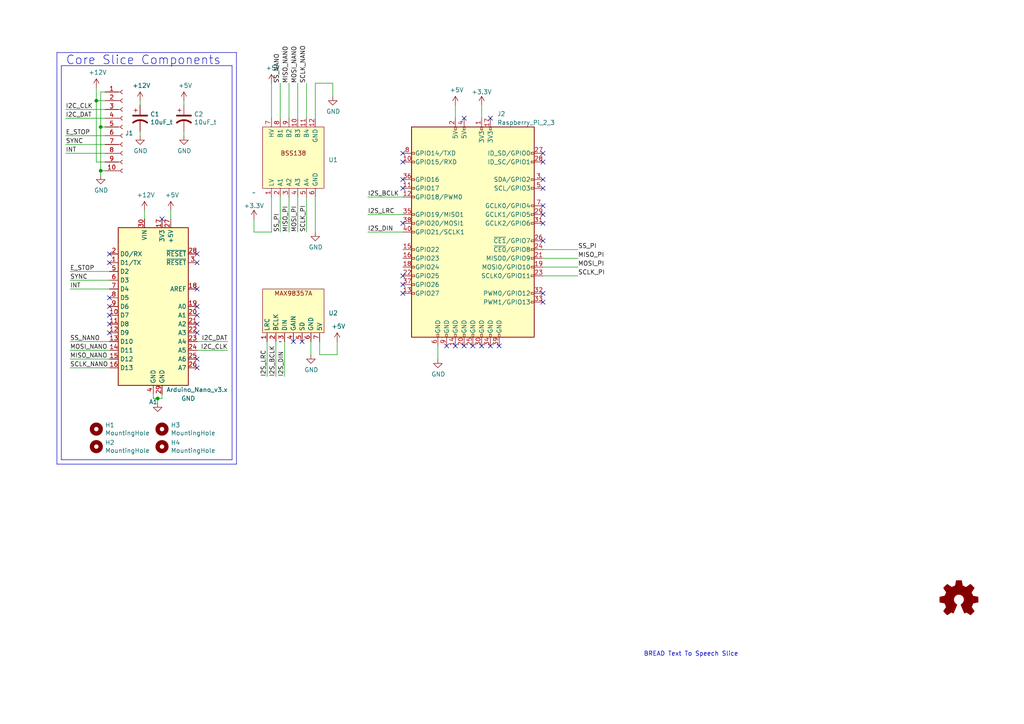
<source format=kicad_sch>
(kicad_sch (version 20230121) (generator eeschema)

  (uuid cad25c38-f703-4017-b63e-43cf11b1e923)

  (paper "A4")

  (lib_symbols
    (symbol "BREAD_Slice-rescue:10uF_t-OCI_UPL_2_Capacitors" (pin_numbers hide) (pin_names (offset 0.254) hide) (in_bom yes) (on_board yes)
      (property "Reference" "C" (at 0.635 2.54 0)
        (effects (font (size 1.27 1.27)) (justify left))
      )
      (property "Value" "OCI_UPL_2_Capacitors_10uF_t" (at 0.635 -2.54 0)
        (effects (font (size 1.27 1.27)) (justify left))
      )
      (property "Footprint" "OCI_UPL_FOOTPRINTS:C_2312" (at 0 -6.35 0)
        (effects (font (size 0.762 0.762)) hide)
      )
      (property "Datasheet" "https://www.digikey.com/short/qcd8n7" (at 0 5.08 0)
        (effects (font (size 0.762 0.762)) hide)
      )
      (property "Part #" "T491C106K025AT" (at 0 6.35 0)
        (effects (font (size 0.762 0.762)) hide)
      )
      (property "UPL #" "2.021" (at 0 -5.08 0)
        (effects (font (size 0.762 0.762)) hide)
      )
      (property "ki_fp_filters" "SMD*_Pol c_elec* C*elec TantalC* Elko* CP*" (at 0 0 0)
        (effects (font (size 1.27 1.27)) hide)
      )
      (symbol "10uF_t-OCI_UPL_2_Capacitors_0_1"
        (polyline
          (pts
            (xy -2.032 0.762)
            (xy 2.032 0.762)
          )
          (stroke (width 0.508) (type solid))
          (fill (type none))
        )
        (polyline
          (pts
            (xy -1.778 2.286)
            (xy -0.762 2.286)
          )
          (stroke (width 0) (type solid))
          (fill (type none))
        )
        (polyline
          (pts
            (xy -1.27 1.778)
            (xy -1.27 2.794)
          )
          (stroke (width 0) (type solid))
          (fill (type none))
        )
        (arc (start 2.032 -1.27) (mid 0 -0.5572) (end -2.032 -1.27)
          (stroke (width 0.508) (type solid))
          (fill (type none))
        )
      )
      (symbol "10uF_t-OCI_UPL_2_Capacitors_1_1"
        (pin passive line (at 0 3.81 270) (length 2.794)
          (name "~" (effects (font (size 1.016 1.016))))
          (number "1" (effects (font (size 1.016 1.016))))
        )
        (pin passive line (at 0 -3.81 90) (length 3.302)
          (name "~" (effects (font (size 1.016 1.016))))
          (number "2" (effects (font (size 1.016 1.016))))
        )
      )
    )
    (symbol "BREAD_Slice-rescue:Conn_01x10_Female-Connector" (pin_names (offset 1.016) hide) (in_bom yes) (on_board yes)
      (property "Reference" "J" (at 0 12.7 0)
        (effects (font (size 1.27 1.27)))
      )
      (property "Value" "Connector_Conn_01x10_Female" (at 0 -15.24 0)
        (effects (font (size 1.27 1.27)))
      )
      (property "Footprint" "" (at 0 0 0)
        (effects (font (size 1.27 1.27)) hide)
      )
      (property "Datasheet" "" (at 0 0 0)
        (effects (font (size 1.27 1.27)) hide)
      )
      (property "ki_fp_filters" "Connector*:*_1x??_*" (at 0 0 0)
        (effects (font (size 1.27 1.27)) hide)
      )
      (symbol "Conn_01x10_Female-Connector_1_1"
        (arc (start 0 -12.192) (mid -0.5058 -12.7) (end 0 -13.208)
          (stroke (width 0.1524) (type solid))
          (fill (type none))
        )
        (arc (start 0 -9.652) (mid -0.5058 -10.16) (end 0 -10.668)
          (stroke (width 0.1524) (type solid))
          (fill (type none))
        )
        (arc (start 0 -7.112) (mid -0.5058 -7.62) (end 0 -8.128)
          (stroke (width 0.1524) (type solid))
          (fill (type none))
        )
        (arc (start 0 -4.572) (mid -0.5058 -5.08) (end 0 -5.588)
          (stroke (width 0.1524) (type solid))
          (fill (type none))
        )
        (arc (start 0 -2.032) (mid -0.5058 -2.54) (end 0 -3.048)
          (stroke (width 0.1524) (type solid))
          (fill (type none))
        )
        (polyline
          (pts
            (xy -1.27 -12.7)
            (xy -0.508 -12.7)
          )
          (stroke (width 0.1524) (type solid))
          (fill (type none))
        )
        (polyline
          (pts
            (xy -1.27 -10.16)
            (xy -0.508 -10.16)
          )
          (stroke (width 0.1524) (type solid))
          (fill (type none))
        )
        (polyline
          (pts
            (xy -1.27 -7.62)
            (xy -0.508 -7.62)
          )
          (stroke (width 0.1524) (type solid))
          (fill (type none))
        )
        (polyline
          (pts
            (xy -1.27 -5.08)
            (xy -0.508 -5.08)
          )
          (stroke (width 0.1524) (type solid))
          (fill (type none))
        )
        (polyline
          (pts
            (xy -1.27 -2.54)
            (xy -0.508 -2.54)
          )
          (stroke (width 0.1524) (type solid))
          (fill (type none))
        )
        (polyline
          (pts
            (xy -1.27 0)
            (xy -0.508 0)
          )
          (stroke (width 0.1524) (type solid))
          (fill (type none))
        )
        (polyline
          (pts
            (xy -1.27 2.54)
            (xy -0.508 2.54)
          )
          (stroke (width 0.1524) (type solid))
          (fill (type none))
        )
        (polyline
          (pts
            (xy -1.27 5.08)
            (xy -0.508 5.08)
          )
          (stroke (width 0.1524) (type solid))
          (fill (type none))
        )
        (polyline
          (pts
            (xy -1.27 7.62)
            (xy -0.508 7.62)
          )
          (stroke (width 0.1524) (type solid))
          (fill (type none))
        )
        (polyline
          (pts
            (xy -1.27 10.16)
            (xy -0.508 10.16)
          )
          (stroke (width 0.1524) (type solid))
          (fill (type none))
        )
        (arc (start 0 0.508) (mid -0.5058 0) (end 0 -0.508)
          (stroke (width 0.1524) (type solid))
          (fill (type none))
        )
        (arc (start 0 3.048) (mid -0.5058 2.54) (end 0 2.032)
          (stroke (width 0.1524) (type solid))
          (fill (type none))
        )
        (arc (start 0 5.588) (mid -0.5058 5.08) (end 0 4.572)
          (stroke (width 0.1524) (type solid))
          (fill (type none))
        )
        (arc (start 0 8.128) (mid -0.5058 7.62) (end 0 7.112)
          (stroke (width 0.1524) (type solid))
          (fill (type none))
        )
        (arc (start 0 10.668) (mid -0.5058 10.16) (end 0 9.652)
          (stroke (width 0.1524) (type solid))
          (fill (type none))
        )
        (pin passive line (at -5.08 10.16 0) (length 3.81)
          (name "Pin_1" (effects (font (size 1.27 1.27))))
          (number "1" (effects (font (size 1.27 1.27))))
        )
        (pin passive line (at -5.08 -12.7 0) (length 3.81)
          (name "Pin_10" (effects (font (size 1.27 1.27))))
          (number "10" (effects (font (size 1.27 1.27))))
        )
        (pin passive line (at -5.08 7.62 0) (length 3.81)
          (name "Pin_2" (effects (font (size 1.27 1.27))))
          (number "2" (effects (font (size 1.27 1.27))))
        )
        (pin passive line (at -5.08 5.08 0) (length 3.81)
          (name "Pin_3" (effects (font (size 1.27 1.27))))
          (number "3" (effects (font (size 1.27 1.27))))
        )
        (pin passive line (at -5.08 2.54 0) (length 3.81)
          (name "Pin_4" (effects (font (size 1.27 1.27))))
          (number "4" (effects (font (size 1.27 1.27))))
        )
        (pin passive line (at -5.08 0 0) (length 3.81)
          (name "Pin_5" (effects (font (size 1.27 1.27))))
          (number "5" (effects (font (size 1.27 1.27))))
        )
        (pin passive line (at -5.08 -2.54 0) (length 3.81)
          (name "Pin_6" (effects (font (size 1.27 1.27))))
          (number "6" (effects (font (size 1.27 1.27))))
        )
        (pin passive line (at -5.08 -5.08 0) (length 3.81)
          (name "Pin_7" (effects (font (size 1.27 1.27))))
          (number "7" (effects (font (size 1.27 1.27))))
        )
        (pin passive line (at -5.08 -7.62 0) (length 3.81)
          (name "Pin_8" (effects (font (size 1.27 1.27))))
          (number "8" (effects (font (size 1.27 1.27))))
        )
        (pin passive line (at -5.08 -10.16 0) (length 3.81)
          (name "Pin_9" (effects (font (size 1.27 1.27))))
          (number "9" (effects (font (size 1.27 1.27))))
        )
      )
    )
    (symbol "BREAD_TTS:BSS138" (in_bom yes) (on_board yes)
      (property "Reference" "U" (at 11.43 7.62 0)
        (effects (font (size 1.27 1.27)))
      )
      (property "Value" "" (at 0 0 0)
        (effects (font (size 1.27 1.27)))
      )
      (property "Footprint" "" (at 0 0 0)
        (effects (font (size 1.27 1.27)) hide)
      )
      (property "Datasheet" "" (at 0 0 0)
        (effects (font (size 1.27 1.27)) hide)
      )
      (symbol "BSS138_1_1"
        (rectangle (start 2.54 19.05) (end 20.32 1.27)
          (stroke (width 0) (type default))
          (fill (type background))
        )
        (text "BSS138" (at 11.43 11.43 0)
          (effects (font (size 1.27 1.27)))
        )
        (pin input line (at 5.08 -1.27 90) (length 2.54)
          (name "LV" (effects (font (size 1.27 1.27))))
          (number "1" (effects (font (size 1.27 1.27))))
        )
        (pin input line (at 12.7 21.59 270) (length 2.54)
          (name "B3" (effects (font (size 1.27 1.27))))
          (number "10" (effects (font (size 1.27 1.27))))
        )
        (pin input line (at 15.24 21.59 270) (length 2.54)
          (name "B4" (effects (font (size 1.27 1.27))))
          (number "11" (effects (font (size 1.27 1.27))))
        )
        (pin input line (at 17.78 21.59 270) (length 2.54)
          (name "GND" (effects (font (size 1.27 1.27))))
          (number "12" (effects (font (size 1.27 1.27))))
        )
        (pin input line (at 7.62 -1.27 90) (length 2.54)
          (name "A1" (effects (font (size 1.27 1.27))))
          (number "2" (effects (font (size 1.27 1.27))))
        )
        (pin input line (at 10.16 -1.27 90) (length 2.54)
          (name "A2" (effects (font (size 1.27 1.27))))
          (number "3" (effects (font (size 1.27 1.27))))
        )
        (pin input line (at 12.7 -1.27 90) (length 2.54)
          (name "A3" (effects (font (size 1.27 1.27))))
          (number "4" (effects (font (size 1.27 1.27))))
        )
        (pin input line (at 15.24 -1.27 90) (length 2.54)
          (name "A4" (effects (font (size 1.27 1.27))))
          (number "5" (effects (font (size 1.27 1.27))))
        )
        (pin input line (at 17.78 -1.27 90) (length 2.54)
          (name "GND" (effects (font (size 1.27 1.27))))
          (number "6" (effects (font (size 1.27 1.27))))
        )
        (pin input line (at 5.08 21.59 270) (length 2.54)
          (name "HV" (effects (font (size 1.27 1.27))))
          (number "7" (effects (font (size 1.27 1.27))))
        )
        (pin input line (at 7.62 21.59 270) (length 2.54)
          (name "B1" (effects (font (size 1.27 1.27))))
          (number "8" (effects (font (size 1.27 1.27))))
        )
        (pin input line (at 10.16 21.59 270) (length 2.54)
          (name "B2" (effects (font (size 1.27 1.27))))
          (number "9" (effects (font (size 1.27 1.27))))
        )
      )
    )
    (symbol "BREAD_TTS:MAX98357A" (in_bom yes) (on_board yes)
      (property "Reference" "U" (at 0 8.89 0)
        (effects (font (size 1.27 1.27)))
      )
      (property "Value" "" (at -3.81 -2.54 0)
        (effects (font (size 1.27 1.27)))
      )
      (property "Footprint" "" (at -3.81 -2.54 0)
        (effects (font (size 1.27 1.27)) hide)
      )
      (property "Datasheet" "" (at -3.81 -2.54 0)
        (effects (font (size 1.27 1.27)) hide)
      )
      (symbol "MAX98357A_1_1"
        (rectangle (start -8.89 12.7) (end 8.89 0)
          (stroke (width 0) (type default))
          (fill (type background))
        )
        (text "MAX98357A" (at 0 11.43 0)
          (effects (font (size 1.27 1.27)))
        )
        (pin input line (at -7.62 -2.54 90) (length 2.54)
          (name "LRC" (effects (font (size 1.27 1.27))))
          (number "1" (effects (font (size 1.27 1.27))))
        )
        (pin input line (at -5.08 -2.54 90) (length 2.54)
          (name "BCLK" (effects (font (size 1.27 1.27))))
          (number "2" (effects (font (size 1.27 1.27))))
        )
        (pin input line (at -2.54 -2.54 90) (length 2.54)
          (name "DIN" (effects (font (size 1.27 1.27))))
          (number "3" (effects (font (size 1.27 1.27))))
        )
        (pin input line (at 0 -2.54 90) (length 2.54)
          (name "GAIN" (effects (font (size 1.27 1.27))))
          (number "4" (effects (font (size 1.27 1.27))))
        )
        (pin input line (at 2.54 -2.54 90) (length 2.54)
          (name "SD" (effects (font (size 1.27 1.27))))
          (number "5" (effects (font (size 1.27 1.27))))
        )
        (pin input line (at 5.08 -2.54 90) (length 2.54)
          (name "GND" (effects (font (size 1.27 1.27))))
          (number "6" (effects (font (size 1.27 1.27))))
        )
        (pin input line (at 7.62 -2.54 90) (length 2.54)
          (name "5V" (effects (font (size 1.27 1.27))))
          (number "7" (effects (font (size 1.27 1.27))))
        )
      )
    )
    (symbol "Connector:Raspberry_Pi_2_3" (pin_names (offset 1.016)) (in_bom yes) (on_board yes)
      (property "Reference" "J" (at -17.78 31.75 0)
        (effects (font (size 1.27 1.27)) (justify left bottom))
      )
      (property "Value" "Raspberry_Pi_2_3" (at 10.16 -31.75 0)
        (effects (font (size 1.27 1.27)) (justify left top))
      )
      (property "Footprint" "" (at 0 0 0)
        (effects (font (size 1.27 1.27)) hide)
      )
      (property "Datasheet" "https://www.raspberrypi.org/documentation/hardware/raspberrypi/schematics/rpi_SCH_3bplus_1p0_reduced.pdf" (at 0 0 0)
        (effects (font (size 1.27 1.27)) hide)
      )
      (property "ki_keywords" "raspberrypi gpio" (at 0 0 0)
        (effects (font (size 1.27 1.27)) hide)
      )
      (property "ki_description" "expansion header for Raspberry Pi 2 & 3" (at 0 0 0)
        (effects (font (size 1.27 1.27)) hide)
      )
      (property "ki_fp_filters" "PinHeader*2x20*P2.54mm*Vertical* PinSocket*2x20*P2.54mm*Vertical*" (at 0 0 0)
        (effects (font (size 1.27 1.27)) hide)
      )
      (symbol "Raspberry_Pi_2_3_0_1"
        (rectangle (start -17.78 30.48) (end 17.78 -30.48)
          (stroke (width 0.254) (type default))
          (fill (type background))
        )
      )
      (symbol "Raspberry_Pi_2_3_1_1"
        (rectangle (start -16.891 -17.526) (end -17.78 -18.034)
          (stroke (width 0) (type default))
          (fill (type none))
        )
        (rectangle (start -16.891 -14.986) (end -17.78 -15.494)
          (stroke (width 0) (type default))
          (fill (type none))
        )
        (rectangle (start -16.891 -12.446) (end -17.78 -12.954)
          (stroke (width 0) (type default))
          (fill (type none))
        )
        (rectangle (start -16.891 -9.906) (end -17.78 -10.414)
          (stroke (width 0) (type default))
          (fill (type none))
        )
        (rectangle (start -16.891 -7.366) (end -17.78 -7.874)
          (stroke (width 0) (type default))
          (fill (type none))
        )
        (rectangle (start -16.891 -4.826) (end -17.78 -5.334)
          (stroke (width 0) (type default))
          (fill (type none))
        )
        (rectangle (start -16.891 0.254) (end -17.78 -0.254)
          (stroke (width 0) (type default))
          (fill (type none))
        )
        (rectangle (start -16.891 2.794) (end -17.78 2.286)
          (stroke (width 0) (type default))
          (fill (type none))
        )
        (rectangle (start -16.891 5.334) (end -17.78 4.826)
          (stroke (width 0) (type default))
          (fill (type none))
        )
        (rectangle (start -16.891 10.414) (end -17.78 9.906)
          (stroke (width 0) (type default))
          (fill (type none))
        )
        (rectangle (start -16.891 12.954) (end -17.78 12.446)
          (stroke (width 0) (type default))
          (fill (type none))
        )
        (rectangle (start -16.891 15.494) (end -17.78 14.986)
          (stroke (width 0) (type default))
          (fill (type none))
        )
        (rectangle (start -16.891 20.574) (end -17.78 20.066)
          (stroke (width 0) (type default))
          (fill (type none))
        )
        (rectangle (start -16.891 23.114) (end -17.78 22.606)
          (stroke (width 0) (type default))
          (fill (type none))
        )
        (rectangle (start -10.414 -29.591) (end -9.906 -30.48)
          (stroke (width 0) (type default))
          (fill (type none))
        )
        (rectangle (start -7.874 -29.591) (end -7.366 -30.48)
          (stroke (width 0) (type default))
          (fill (type none))
        )
        (rectangle (start -5.334 -29.591) (end -4.826 -30.48)
          (stroke (width 0) (type default))
          (fill (type none))
        )
        (rectangle (start -5.334 30.48) (end -4.826 29.591)
          (stroke (width 0) (type default))
          (fill (type none))
        )
        (rectangle (start -2.794 -29.591) (end -2.286 -30.48)
          (stroke (width 0) (type default))
          (fill (type none))
        )
        (rectangle (start -2.794 30.48) (end -2.286 29.591)
          (stroke (width 0) (type default))
          (fill (type none))
        )
        (rectangle (start -0.254 -29.591) (end 0.254 -30.48)
          (stroke (width 0) (type default))
          (fill (type none))
        )
        (rectangle (start 2.286 -29.591) (end 2.794 -30.48)
          (stroke (width 0) (type default))
          (fill (type none))
        )
        (rectangle (start 2.286 30.48) (end 2.794 29.591)
          (stroke (width 0) (type default))
          (fill (type none))
        )
        (rectangle (start 4.826 -29.591) (end 5.334 -30.48)
          (stroke (width 0) (type default))
          (fill (type none))
        )
        (rectangle (start 4.826 30.48) (end 5.334 29.591)
          (stroke (width 0) (type default))
          (fill (type none))
        )
        (rectangle (start 7.366 -29.591) (end 7.874 -30.48)
          (stroke (width 0) (type default))
          (fill (type none))
        )
        (rectangle (start 17.78 -20.066) (end 16.891 -20.574)
          (stroke (width 0) (type default))
          (fill (type none))
        )
        (rectangle (start 17.78 -17.526) (end 16.891 -18.034)
          (stroke (width 0) (type default))
          (fill (type none))
        )
        (rectangle (start 17.78 -12.446) (end 16.891 -12.954)
          (stroke (width 0) (type default))
          (fill (type none))
        )
        (rectangle (start 17.78 -9.906) (end 16.891 -10.414)
          (stroke (width 0) (type default))
          (fill (type none))
        )
        (rectangle (start 17.78 -7.366) (end 16.891 -7.874)
          (stroke (width 0) (type default))
          (fill (type none))
        )
        (rectangle (start 17.78 -4.826) (end 16.891 -5.334)
          (stroke (width 0) (type default))
          (fill (type none))
        )
        (rectangle (start 17.78 -2.286) (end 16.891 -2.794)
          (stroke (width 0) (type default))
          (fill (type none))
        )
        (rectangle (start 17.78 2.794) (end 16.891 2.286)
          (stroke (width 0) (type default))
          (fill (type none))
        )
        (rectangle (start 17.78 5.334) (end 16.891 4.826)
          (stroke (width 0) (type default))
          (fill (type none))
        )
        (rectangle (start 17.78 7.874) (end 16.891 7.366)
          (stroke (width 0) (type default))
          (fill (type none))
        )
        (rectangle (start 17.78 12.954) (end 16.891 12.446)
          (stroke (width 0) (type default))
          (fill (type none))
        )
        (rectangle (start 17.78 15.494) (end 16.891 14.986)
          (stroke (width 0) (type default))
          (fill (type none))
        )
        (rectangle (start 17.78 20.574) (end 16.891 20.066)
          (stroke (width 0) (type default))
          (fill (type none))
        )
        (rectangle (start 17.78 23.114) (end 16.891 22.606)
          (stroke (width 0) (type default))
          (fill (type none))
        )
        (pin power_in line (at 2.54 33.02 270) (length 2.54)
          (name "3V3" (effects (font (size 1.27 1.27))))
          (number "1" (effects (font (size 1.27 1.27))))
        )
        (pin bidirectional line (at -20.32 20.32 0) (length 2.54)
          (name "GPIO15/RXD" (effects (font (size 1.27 1.27))))
          (number "10" (effects (font (size 1.27 1.27))))
        )
        (pin bidirectional line (at -20.32 12.7 0) (length 2.54)
          (name "GPIO17" (effects (font (size 1.27 1.27))))
          (number "11" (effects (font (size 1.27 1.27))))
        )
        (pin bidirectional line (at -20.32 10.16 0) (length 2.54)
          (name "GPIO18/PWM0" (effects (font (size 1.27 1.27))))
          (number "12" (effects (font (size 1.27 1.27))))
        )
        (pin bidirectional line (at -20.32 -17.78 0) (length 2.54)
          (name "GPIO27" (effects (font (size 1.27 1.27))))
          (number "13" (effects (font (size 1.27 1.27))))
        )
        (pin power_in line (at -5.08 -33.02 90) (length 2.54)
          (name "GND" (effects (font (size 1.27 1.27))))
          (number "14" (effects (font (size 1.27 1.27))))
        )
        (pin bidirectional line (at -20.32 -5.08 0) (length 2.54)
          (name "GPIO22" (effects (font (size 1.27 1.27))))
          (number "15" (effects (font (size 1.27 1.27))))
        )
        (pin bidirectional line (at -20.32 -7.62 0) (length 2.54)
          (name "GPIO23" (effects (font (size 1.27 1.27))))
          (number "16" (effects (font (size 1.27 1.27))))
        )
        (pin power_in line (at 5.08 33.02 270) (length 2.54)
          (name "3V3" (effects (font (size 1.27 1.27))))
          (number "17" (effects (font (size 1.27 1.27))))
        )
        (pin bidirectional line (at -20.32 -10.16 0) (length 2.54)
          (name "GPIO24" (effects (font (size 1.27 1.27))))
          (number "18" (effects (font (size 1.27 1.27))))
        )
        (pin bidirectional line (at 20.32 -10.16 180) (length 2.54)
          (name "MOSI0/GPIO10" (effects (font (size 1.27 1.27))))
          (number "19" (effects (font (size 1.27 1.27))))
        )
        (pin power_in line (at -5.08 33.02 270) (length 2.54)
          (name "5V" (effects (font (size 1.27 1.27))))
          (number "2" (effects (font (size 1.27 1.27))))
        )
        (pin power_in line (at -2.54 -33.02 90) (length 2.54)
          (name "GND" (effects (font (size 1.27 1.27))))
          (number "20" (effects (font (size 1.27 1.27))))
        )
        (pin bidirectional line (at 20.32 -7.62 180) (length 2.54)
          (name "MISO0/GPIO9" (effects (font (size 1.27 1.27))))
          (number "21" (effects (font (size 1.27 1.27))))
        )
        (pin bidirectional line (at -20.32 -12.7 0) (length 2.54)
          (name "GPIO25" (effects (font (size 1.27 1.27))))
          (number "22" (effects (font (size 1.27 1.27))))
        )
        (pin bidirectional line (at 20.32 -12.7 180) (length 2.54)
          (name "SCLK0/GPIO11" (effects (font (size 1.27 1.27))))
          (number "23" (effects (font (size 1.27 1.27))))
        )
        (pin bidirectional line (at 20.32 -5.08 180) (length 2.54)
          (name "~{CE0}/GPIO8" (effects (font (size 1.27 1.27))))
          (number "24" (effects (font (size 1.27 1.27))))
        )
        (pin power_in line (at 0 -33.02 90) (length 2.54)
          (name "GND" (effects (font (size 1.27 1.27))))
          (number "25" (effects (font (size 1.27 1.27))))
        )
        (pin bidirectional line (at 20.32 -2.54 180) (length 2.54)
          (name "~{CE1}/GPIO7" (effects (font (size 1.27 1.27))))
          (number "26" (effects (font (size 1.27 1.27))))
        )
        (pin bidirectional line (at 20.32 22.86 180) (length 2.54)
          (name "ID_SD/GPIO0" (effects (font (size 1.27 1.27))))
          (number "27" (effects (font (size 1.27 1.27))))
        )
        (pin bidirectional line (at 20.32 20.32 180) (length 2.54)
          (name "ID_SC/GPIO1" (effects (font (size 1.27 1.27))))
          (number "28" (effects (font (size 1.27 1.27))))
        )
        (pin bidirectional line (at 20.32 5.08 180) (length 2.54)
          (name "GCLK1/GPIO5" (effects (font (size 1.27 1.27))))
          (number "29" (effects (font (size 1.27 1.27))))
        )
        (pin bidirectional line (at 20.32 15.24 180) (length 2.54)
          (name "SDA/GPIO2" (effects (font (size 1.27 1.27))))
          (number "3" (effects (font (size 1.27 1.27))))
        )
        (pin power_in line (at 2.54 -33.02 90) (length 2.54)
          (name "GND" (effects (font (size 1.27 1.27))))
          (number "30" (effects (font (size 1.27 1.27))))
        )
        (pin bidirectional line (at 20.32 2.54 180) (length 2.54)
          (name "GCLK2/GPIO6" (effects (font (size 1.27 1.27))))
          (number "31" (effects (font (size 1.27 1.27))))
        )
        (pin bidirectional line (at 20.32 -17.78 180) (length 2.54)
          (name "PWM0/GPIO12" (effects (font (size 1.27 1.27))))
          (number "32" (effects (font (size 1.27 1.27))))
        )
        (pin bidirectional line (at 20.32 -20.32 180) (length 2.54)
          (name "PWM1/GPIO13" (effects (font (size 1.27 1.27))))
          (number "33" (effects (font (size 1.27 1.27))))
        )
        (pin power_in line (at 5.08 -33.02 90) (length 2.54)
          (name "GND" (effects (font (size 1.27 1.27))))
          (number "34" (effects (font (size 1.27 1.27))))
        )
        (pin bidirectional line (at -20.32 5.08 0) (length 2.54)
          (name "GPIO19/MISO1" (effects (font (size 1.27 1.27))))
          (number "35" (effects (font (size 1.27 1.27))))
        )
        (pin bidirectional line (at -20.32 15.24 0) (length 2.54)
          (name "GPIO16" (effects (font (size 1.27 1.27))))
          (number "36" (effects (font (size 1.27 1.27))))
        )
        (pin bidirectional line (at -20.32 -15.24 0) (length 2.54)
          (name "GPIO26" (effects (font (size 1.27 1.27))))
          (number "37" (effects (font (size 1.27 1.27))))
        )
        (pin bidirectional line (at -20.32 2.54 0) (length 2.54)
          (name "GPIO20/MOSI1" (effects (font (size 1.27 1.27))))
          (number "38" (effects (font (size 1.27 1.27))))
        )
        (pin power_in line (at 7.62 -33.02 90) (length 2.54)
          (name "GND" (effects (font (size 1.27 1.27))))
          (number "39" (effects (font (size 1.27 1.27))))
        )
        (pin power_in line (at -2.54 33.02 270) (length 2.54)
          (name "5V" (effects (font (size 1.27 1.27))))
          (number "4" (effects (font (size 1.27 1.27))))
        )
        (pin bidirectional line (at -20.32 0 0) (length 2.54)
          (name "GPIO21/SCLK1" (effects (font (size 1.27 1.27))))
          (number "40" (effects (font (size 1.27 1.27))))
        )
        (pin bidirectional line (at 20.32 12.7 180) (length 2.54)
          (name "SCL/GPIO3" (effects (font (size 1.27 1.27))))
          (number "5" (effects (font (size 1.27 1.27))))
        )
        (pin power_in line (at -10.16 -33.02 90) (length 2.54)
          (name "GND" (effects (font (size 1.27 1.27))))
          (number "6" (effects (font (size 1.27 1.27))))
        )
        (pin bidirectional line (at 20.32 7.62 180) (length 2.54)
          (name "GCLK0/GPIO4" (effects (font (size 1.27 1.27))))
          (number "7" (effects (font (size 1.27 1.27))))
        )
        (pin bidirectional line (at -20.32 22.86 0) (length 2.54)
          (name "GPIO14/TXD" (effects (font (size 1.27 1.27))))
          (number "8" (effects (font (size 1.27 1.27))))
        )
        (pin power_in line (at -7.62 -33.02 90) (length 2.54)
          (name "GND" (effects (font (size 1.27 1.27))))
          (number "9" (effects (font (size 1.27 1.27))))
        )
      )
    )
    (symbol "Graphic:Logo_Open_Hardware_Small" (in_bom no) (on_board no)
      (property "Reference" "#SYM" (at 0 6.985 0)
        (effects (font (size 1.27 1.27)) hide)
      )
      (property "Value" "Logo_Open_Hardware_Small" (at 0 -5.715 0)
        (effects (font (size 1.27 1.27)) hide)
      )
      (property "Footprint" "" (at 0 0 0)
        (effects (font (size 1.27 1.27)) hide)
      )
      (property "Datasheet" "~" (at 0 0 0)
        (effects (font (size 1.27 1.27)) hide)
      )
      (property "Sim.Enable" "0" (at 0 0 0)
        (effects (font (size 1.27 1.27)) hide)
      )
      (property "ki_keywords" "Logo" (at 0 0 0)
        (effects (font (size 1.27 1.27)) hide)
      )
      (property "ki_description" "Open Hardware logo, small" (at 0 0 0)
        (effects (font (size 1.27 1.27)) hide)
      )
      (symbol "Logo_Open_Hardware_Small_0_1"
        (polyline
          (pts
            (xy 3.3528 -4.3434)
            (xy 3.302 -4.318)
            (xy 3.175 -4.2418)
            (xy 2.9972 -4.1148)
            (xy 2.7686 -3.9624)
            (xy 2.54 -3.81)
            (xy 2.3622 -3.7084)
            (xy 2.2352 -3.6068)
            (xy 2.1844 -3.5814)
            (xy 2.159 -3.6068)
            (xy 2.0574 -3.6576)
            (xy 1.905 -3.7338)
            (xy 1.8034 -3.7846)
            (xy 1.6764 -3.8354)
            (xy 1.6002 -3.8354)
            (xy 1.6002 -3.8354)
            (xy 1.5494 -3.7338)
            (xy 1.4732 -3.5306)
            (xy 1.3462 -3.302)
            (xy 1.2446 -3.0226)
            (xy 1.1176 -2.7178)
            (xy 0.9652 -2.413)
            (xy 0.8636 -2.1082)
            (xy 0.7366 -1.8288)
            (xy 0.6604 -1.6256)
            (xy 0.6096 -1.4732)
            (xy 0.5842 -1.397)
            (xy 0.5842 -1.397)
            (xy 0.6604 -1.3208)
            (xy 0.7874 -1.2446)
            (xy 1.0414 -1.016)
            (xy 1.2954 -0.6858)
            (xy 1.4478 -0.3302)
            (xy 1.524 0.0762)
            (xy 1.4732 0.4572)
            (xy 1.3208 0.8128)
            (xy 1.0668 1.143)
            (xy 0.762 1.3716)
            (xy 0.4064 1.524)
            (xy 0 1.5748)
            (xy -0.381 1.5494)
            (xy -0.7366 1.397)
            (xy -1.0668 1.143)
            (xy -1.2192 0.9906)
            (xy -1.397 0.6604)
            (xy -1.524 0.3048)
            (xy -1.524 0.2286)
            (xy -1.4986 -0.1778)
            (xy -1.397 -0.5334)
            (xy -1.1938 -0.8636)
            (xy -0.9144 -1.143)
            (xy -0.8636 -1.1684)
            (xy -0.7366 -1.27)
            (xy -0.635 -1.3462)
            (xy -0.5842 -1.397)
            (xy -1.0668 -2.5908)
            (xy -1.143 -2.794)
            (xy -1.2954 -3.1242)
            (xy -1.397 -3.4036)
            (xy -1.4986 -3.6322)
            (xy -1.5748 -3.7846)
            (xy -1.6002 -3.8354)
            (xy -1.6002 -3.8354)
            (xy -1.651 -3.8354)
            (xy -1.7272 -3.81)
            (xy -1.905 -3.7338)
            (xy -2.0066 -3.683)
            (xy -2.1336 -3.6068)
            (xy -2.2098 -3.5814)
            (xy -2.2606 -3.6068)
            (xy -2.3622 -3.683)
            (xy -2.54 -3.81)
            (xy -2.7686 -3.9624)
            (xy -2.9718 -4.0894)
            (xy -3.1496 -4.2164)
            (xy -3.302 -4.318)
            (xy -3.3528 -4.3434)
            (xy -3.3782 -4.3434)
            (xy -3.429 -4.318)
            (xy -3.5306 -4.2164)
            (xy -3.7084 -4.064)
            (xy -3.937 -3.8354)
            (xy -3.9624 -3.81)
            (xy -4.1656 -3.6068)
            (xy -4.318 -3.4544)
            (xy -4.4196 -3.3274)
            (xy -4.445 -3.2766)
            (xy -4.445 -3.2766)
            (xy -4.4196 -3.2258)
            (xy -4.318 -3.0734)
            (xy -4.2164 -2.8956)
            (xy -4.064 -2.667)
            (xy -3.6576 -2.0828)
            (xy -3.8862 -1.5494)
            (xy -3.937 -1.3716)
            (xy -4.0386 -1.1684)
            (xy -4.0894 -1.0414)
            (xy -4.1148 -0.9652)
            (xy -4.191 -0.9398)
            (xy -4.318 -0.9144)
            (xy -4.5466 -0.8636)
            (xy -4.8006 -0.8128)
            (xy -5.0546 -0.7874)
            (xy -5.2578 -0.7366)
            (xy -5.4356 -0.7112)
            (xy -5.5118 -0.6858)
            (xy -5.5118 -0.6858)
            (xy -5.5372 -0.635)
            (xy -5.5372 -0.5588)
            (xy -5.5372 -0.4318)
            (xy -5.5626 -0.2286)
            (xy -5.5626 0.0762)
            (xy -5.5626 0.127)
            (xy -5.5372 0.4064)
            (xy -5.5372 0.635)
            (xy -5.5372 0.762)
            (xy -5.5372 0.8382)
            (xy -5.5372 0.8382)
            (xy -5.461 0.8382)
            (xy -5.3086 0.889)
            (xy -5.08 0.9144)
            (xy -4.826 0.9652)
            (xy -4.8006 0.9906)
            (xy -4.5466 1.0414)
            (xy -4.318 1.0668)
            (xy -4.1656 1.1176)
            (xy -4.0894 1.143)
            (xy -4.0894 1.143)
            (xy -4.0386 1.2446)
            (xy -3.9624 1.4224)
            (xy -3.8608 1.6256)
            (xy -3.7846 1.8288)
            (xy -3.7084 2.0066)
            (xy -3.6576 2.159)
            (xy -3.6322 2.2098)
            (xy -3.6322 2.2098)
            (xy -3.683 2.286)
            (xy -3.7592 2.413)
            (xy -3.8862 2.5908)
            (xy -4.064 2.8194)
            (xy -4.064 2.8448)
            (xy -4.2164 3.0734)
            (xy -4.3434 3.2512)
            (xy -4.4196 3.3782)
            (xy -4.445 3.4544)
            (xy -4.445 3.4544)
            (xy -4.3942 3.5052)
            (xy -4.2926 3.6322)
            (xy -4.1148 3.81)
            (xy -3.937 4.0132)
            (xy -3.8608 4.064)
            (xy -3.6576 4.2926)
            (xy -3.5052 4.4196)
            (xy -3.4036 4.4958)
            (xy -3.3528 4.5212)
            (xy -3.3528 4.5212)
            (xy -3.302 4.4704)
            (xy -3.1496 4.3688)
            (xy -2.9718 4.2418)
            (xy -2.7432 4.0894)
            (xy -2.7178 4.0894)
            (xy -2.4892 3.937)
            (xy -2.3114 3.81)
            (xy -2.1844 3.7084)
            (xy -2.1336 3.683)
            (xy -2.1082 3.683)
            (xy -2.032 3.7084)
            (xy -1.8542 3.7592)
            (xy -1.6764 3.8354)
            (xy -1.4732 3.937)
            (xy -1.27 4.0132)
            (xy -1.143 4.064)
            (xy -1.0668 4.1148)
            (xy -1.0668 4.1148)
            (xy -1.0414 4.191)
            (xy -1.016 4.3434)
            (xy -0.9652 4.572)
            (xy -0.9144 4.8514)
            (xy -0.889 4.9022)
            (xy -0.8382 5.1562)
            (xy -0.8128 5.3848)
            (xy -0.7874 5.5372)
            (xy -0.762 5.588)
            (xy -0.7112 5.6134)
            (xy -0.5842 5.6134)
            (xy -0.4064 5.6134)
            (xy -0.1524 5.6134)
            (xy 0.0762 5.6134)
            (xy 0.3302 5.6134)
            (xy 0.5334 5.6134)
            (xy 0.6858 5.588)
            (xy 0.7366 5.588)
            (xy 0.7366 5.588)
            (xy 0.762 5.5118)
            (xy 0.8128 5.334)
            (xy 0.8382 5.1054)
            (xy 0.9144 4.826)
            (xy 0.9144 4.7752)
            (xy 0.9652 4.5212)
            (xy 1.016 4.2926)
            (xy 1.0414 4.1402)
            (xy 1.0668 4.0894)
            (xy 1.0668 4.0894)
            (xy 1.1938 4.0386)
            (xy 1.3716 3.9624)
            (xy 1.5748 3.8608)
            (xy 2.0828 3.6576)
            (xy 2.7178 4.0894)
            (xy 2.7686 4.1402)
            (xy 2.9972 4.2926)
            (xy 3.175 4.4196)
            (xy 3.302 4.4958)
            (xy 3.3782 4.5212)
            (xy 3.3782 4.5212)
            (xy 3.429 4.4704)
            (xy 3.556 4.3434)
            (xy 3.7338 4.191)
            (xy 3.9116 3.9878)
            (xy 4.064 3.8354)
            (xy 4.2418 3.6576)
            (xy 4.3434 3.556)
            (xy 4.4196 3.4798)
            (xy 4.4196 3.429)
            (xy 4.4196 3.4036)
            (xy 4.3942 3.3274)
            (xy 4.2926 3.2004)
            (xy 4.1656 2.9972)
            (xy 4.0132 2.794)
            (xy 3.8862 2.5908)
            (xy 3.7592 2.3876)
            (xy 3.6576 2.2352)
            (xy 3.6322 2.159)
            (xy 3.6322 2.1336)
            (xy 3.683 2.0066)
            (xy 3.7592 1.8288)
            (xy 3.8608 1.6002)
            (xy 4.064 1.1176)
            (xy 4.3942 1.0414)
            (xy 4.5974 1.016)
            (xy 4.8768 0.9652)
            (xy 5.1308 0.9144)
            (xy 5.5372 0.8382)
            (xy 5.5626 -0.6604)
            (xy 5.4864 -0.6858)
            (xy 5.4356 -0.6858)
            (xy 5.2832 -0.7366)
            (xy 5.0546 -0.762)
            (xy 4.8006 -0.8128)
            (xy 4.5974 -0.8636)
            (xy 4.3688 -0.9144)
            (xy 4.2164 -0.9398)
            (xy 4.1402 -0.9398)
            (xy 4.1148 -0.9652)
            (xy 4.064 -1.0668)
            (xy 3.9878 -1.2446)
            (xy 3.9116 -1.4478)
            (xy 3.81 -1.651)
            (xy 3.7338 -1.8542)
            (xy 3.683 -2.0066)
            (xy 3.6576 -2.0828)
            (xy 3.683 -2.1336)
            (xy 3.7846 -2.2606)
            (xy 3.8862 -2.4638)
            (xy 4.0386 -2.667)
            (xy 4.191 -2.8956)
            (xy 4.318 -3.0734)
            (xy 4.3942 -3.2004)
            (xy 4.445 -3.2766)
            (xy 4.4196 -3.3274)
            (xy 4.3434 -3.429)
            (xy 4.1656 -3.5814)
            (xy 3.937 -3.8354)
            (xy 3.8862 -3.8608)
            (xy 3.683 -4.064)
            (xy 3.5306 -4.2164)
            (xy 3.4036 -4.318)
            (xy 3.3528 -4.3434)
          )
          (stroke (width 0) (type default))
          (fill (type outline))
        )
      )
    )
    (symbol "MCU_Module:Arduino_Nano_v3.x" (in_bom yes) (on_board yes)
      (property "Reference" "A" (at -10.16 23.495 0)
        (effects (font (size 1.27 1.27)) (justify left bottom))
      )
      (property "Value" "Arduino_Nano_v3.x" (at 5.08 -24.13 0)
        (effects (font (size 1.27 1.27)) (justify left top))
      )
      (property "Footprint" "Module:Arduino_Nano" (at 0 0 0)
        (effects (font (size 1.27 1.27) italic) hide)
      )
      (property "Datasheet" "http://www.mouser.com/pdfdocs/Gravitech_Arduino_Nano3_0.pdf" (at 0 0 0)
        (effects (font (size 1.27 1.27)) hide)
      )
      (property "ki_keywords" "Arduino nano microcontroller module USB" (at 0 0 0)
        (effects (font (size 1.27 1.27)) hide)
      )
      (property "ki_description" "Arduino Nano v3.x" (at 0 0 0)
        (effects (font (size 1.27 1.27)) hide)
      )
      (property "ki_fp_filters" "Arduino*Nano*" (at 0 0 0)
        (effects (font (size 1.27 1.27)) hide)
      )
      (symbol "Arduino_Nano_v3.x_0_1"
        (rectangle (start -10.16 22.86) (end 10.16 -22.86)
          (stroke (width 0.254) (type default))
          (fill (type background))
        )
      )
      (symbol "Arduino_Nano_v3.x_1_1"
        (pin bidirectional line (at -12.7 12.7 0) (length 2.54)
          (name "D1/TX" (effects (font (size 1.27 1.27))))
          (number "1" (effects (font (size 1.27 1.27))))
        )
        (pin bidirectional line (at -12.7 -2.54 0) (length 2.54)
          (name "D7" (effects (font (size 1.27 1.27))))
          (number "10" (effects (font (size 1.27 1.27))))
        )
        (pin bidirectional line (at -12.7 -5.08 0) (length 2.54)
          (name "D8" (effects (font (size 1.27 1.27))))
          (number "11" (effects (font (size 1.27 1.27))))
        )
        (pin bidirectional line (at -12.7 -7.62 0) (length 2.54)
          (name "D9" (effects (font (size 1.27 1.27))))
          (number "12" (effects (font (size 1.27 1.27))))
        )
        (pin bidirectional line (at -12.7 -10.16 0) (length 2.54)
          (name "D10" (effects (font (size 1.27 1.27))))
          (number "13" (effects (font (size 1.27 1.27))))
        )
        (pin bidirectional line (at -12.7 -12.7 0) (length 2.54)
          (name "D11" (effects (font (size 1.27 1.27))))
          (number "14" (effects (font (size 1.27 1.27))))
        )
        (pin bidirectional line (at -12.7 -15.24 0) (length 2.54)
          (name "D12" (effects (font (size 1.27 1.27))))
          (number "15" (effects (font (size 1.27 1.27))))
        )
        (pin bidirectional line (at -12.7 -17.78 0) (length 2.54)
          (name "D13" (effects (font (size 1.27 1.27))))
          (number "16" (effects (font (size 1.27 1.27))))
        )
        (pin power_out line (at 2.54 25.4 270) (length 2.54)
          (name "3V3" (effects (font (size 1.27 1.27))))
          (number "17" (effects (font (size 1.27 1.27))))
        )
        (pin input line (at 12.7 5.08 180) (length 2.54)
          (name "AREF" (effects (font (size 1.27 1.27))))
          (number "18" (effects (font (size 1.27 1.27))))
        )
        (pin bidirectional line (at 12.7 0 180) (length 2.54)
          (name "A0" (effects (font (size 1.27 1.27))))
          (number "19" (effects (font (size 1.27 1.27))))
        )
        (pin bidirectional line (at -12.7 15.24 0) (length 2.54)
          (name "D0/RX" (effects (font (size 1.27 1.27))))
          (number "2" (effects (font (size 1.27 1.27))))
        )
        (pin bidirectional line (at 12.7 -2.54 180) (length 2.54)
          (name "A1" (effects (font (size 1.27 1.27))))
          (number "20" (effects (font (size 1.27 1.27))))
        )
        (pin bidirectional line (at 12.7 -5.08 180) (length 2.54)
          (name "A2" (effects (font (size 1.27 1.27))))
          (number "21" (effects (font (size 1.27 1.27))))
        )
        (pin bidirectional line (at 12.7 -7.62 180) (length 2.54)
          (name "A3" (effects (font (size 1.27 1.27))))
          (number "22" (effects (font (size 1.27 1.27))))
        )
        (pin bidirectional line (at 12.7 -10.16 180) (length 2.54)
          (name "A4" (effects (font (size 1.27 1.27))))
          (number "23" (effects (font (size 1.27 1.27))))
        )
        (pin bidirectional line (at 12.7 -12.7 180) (length 2.54)
          (name "A5" (effects (font (size 1.27 1.27))))
          (number "24" (effects (font (size 1.27 1.27))))
        )
        (pin bidirectional line (at 12.7 -15.24 180) (length 2.54)
          (name "A6" (effects (font (size 1.27 1.27))))
          (number "25" (effects (font (size 1.27 1.27))))
        )
        (pin bidirectional line (at 12.7 -17.78 180) (length 2.54)
          (name "A7" (effects (font (size 1.27 1.27))))
          (number "26" (effects (font (size 1.27 1.27))))
        )
        (pin power_out line (at 5.08 25.4 270) (length 2.54)
          (name "+5V" (effects (font (size 1.27 1.27))))
          (number "27" (effects (font (size 1.27 1.27))))
        )
        (pin input line (at 12.7 15.24 180) (length 2.54)
          (name "~{RESET}" (effects (font (size 1.27 1.27))))
          (number "28" (effects (font (size 1.27 1.27))))
        )
        (pin power_in line (at 2.54 -25.4 90) (length 2.54)
          (name "GND" (effects (font (size 1.27 1.27))))
          (number "29" (effects (font (size 1.27 1.27))))
        )
        (pin input line (at 12.7 12.7 180) (length 2.54)
          (name "~{RESET}" (effects (font (size 1.27 1.27))))
          (number "3" (effects (font (size 1.27 1.27))))
        )
        (pin power_in line (at -2.54 25.4 270) (length 2.54)
          (name "VIN" (effects (font (size 1.27 1.27))))
          (number "30" (effects (font (size 1.27 1.27))))
        )
        (pin power_in line (at 0 -25.4 90) (length 2.54)
          (name "GND" (effects (font (size 1.27 1.27))))
          (number "4" (effects (font (size 1.27 1.27))))
        )
        (pin bidirectional line (at -12.7 10.16 0) (length 2.54)
          (name "D2" (effects (font (size 1.27 1.27))))
          (number "5" (effects (font (size 1.27 1.27))))
        )
        (pin bidirectional line (at -12.7 7.62 0) (length 2.54)
          (name "D3" (effects (font (size 1.27 1.27))))
          (number "6" (effects (font (size 1.27 1.27))))
        )
        (pin bidirectional line (at -12.7 5.08 0) (length 2.54)
          (name "D4" (effects (font (size 1.27 1.27))))
          (number "7" (effects (font (size 1.27 1.27))))
        )
        (pin bidirectional line (at -12.7 2.54 0) (length 2.54)
          (name "D5" (effects (font (size 1.27 1.27))))
          (number "8" (effects (font (size 1.27 1.27))))
        )
        (pin bidirectional line (at -12.7 0 0) (length 2.54)
          (name "D6" (effects (font (size 1.27 1.27))))
          (number "9" (effects (font (size 1.27 1.27))))
        )
      )
    )
    (symbol "Mechanical:MountingHole" (pin_names (offset 1.016)) (in_bom yes) (on_board yes)
      (property "Reference" "H" (at 0 5.08 0)
        (effects (font (size 1.27 1.27)))
      )
      (property "Value" "MountingHole" (at 0 3.175 0)
        (effects (font (size 1.27 1.27)))
      )
      (property "Footprint" "" (at 0 0 0)
        (effects (font (size 1.27 1.27)) hide)
      )
      (property "Datasheet" "~" (at 0 0 0)
        (effects (font (size 1.27 1.27)) hide)
      )
      (property "ki_keywords" "mounting hole" (at 0 0 0)
        (effects (font (size 1.27 1.27)) hide)
      )
      (property "ki_description" "Mounting Hole without connection" (at 0 0 0)
        (effects (font (size 1.27 1.27)) hide)
      )
      (property "ki_fp_filters" "MountingHole*" (at 0 0 0)
        (effects (font (size 1.27 1.27)) hide)
      )
      (symbol "MountingHole_0_1"
        (circle (center 0 0) (radius 1.27)
          (stroke (width 1.27) (type default))
          (fill (type none))
        )
      )
    )
    (symbol "power:+12V" (power) (pin_names (offset 0)) (in_bom yes) (on_board yes)
      (property "Reference" "#PWR" (at 0 -3.81 0)
        (effects (font (size 1.27 1.27)) hide)
      )
      (property "Value" "+12V" (at 0 3.556 0)
        (effects (font (size 1.27 1.27)))
      )
      (property "Footprint" "" (at 0 0 0)
        (effects (font (size 1.27 1.27)) hide)
      )
      (property "Datasheet" "" (at 0 0 0)
        (effects (font (size 1.27 1.27)) hide)
      )
      (property "ki_keywords" "global power" (at 0 0 0)
        (effects (font (size 1.27 1.27)) hide)
      )
      (property "ki_description" "Power symbol creates a global label with name \"+12V\"" (at 0 0 0)
        (effects (font (size 1.27 1.27)) hide)
      )
      (symbol "+12V_0_1"
        (polyline
          (pts
            (xy -0.762 1.27)
            (xy 0 2.54)
          )
          (stroke (width 0) (type default))
          (fill (type none))
        )
        (polyline
          (pts
            (xy 0 0)
            (xy 0 2.54)
          )
          (stroke (width 0) (type default))
          (fill (type none))
        )
        (polyline
          (pts
            (xy 0 2.54)
            (xy 0.762 1.27)
          )
          (stroke (width 0) (type default))
          (fill (type none))
        )
      )
      (symbol "+12V_1_1"
        (pin power_in line (at 0 0 90) (length 0) hide
          (name "+12V" (effects (font (size 1.27 1.27))))
          (number "1" (effects (font (size 1.27 1.27))))
        )
      )
    )
    (symbol "power:+3.3V" (power) (pin_names (offset 0)) (in_bom yes) (on_board yes)
      (property "Reference" "#PWR" (at 0 -3.81 0)
        (effects (font (size 1.27 1.27)) hide)
      )
      (property "Value" "+3.3V" (at 0 3.556 0)
        (effects (font (size 1.27 1.27)))
      )
      (property "Footprint" "" (at 0 0 0)
        (effects (font (size 1.27 1.27)) hide)
      )
      (property "Datasheet" "" (at 0 0 0)
        (effects (font (size 1.27 1.27)) hide)
      )
      (property "ki_keywords" "global power" (at 0 0 0)
        (effects (font (size 1.27 1.27)) hide)
      )
      (property "ki_description" "Power symbol creates a global label with name \"+3.3V\"" (at 0 0 0)
        (effects (font (size 1.27 1.27)) hide)
      )
      (symbol "+3.3V_0_1"
        (polyline
          (pts
            (xy -0.762 1.27)
            (xy 0 2.54)
          )
          (stroke (width 0) (type default))
          (fill (type none))
        )
        (polyline
          (pts
            (xy 0 0)
            (xy 0 2.54)
          )
          (stroke (width 0) (type default))
          (fill (type none))
        )
        (polyline
          (pts
            (xy 0 2.54)
            (xy 0.762 1.27)
          )
          (stroke (width 0) (type default))
          (fill (type none))
        )
      )
      (symbol "+3.3V_1_1"
        (pin power_in line (at 0 0 90) (length 0) hide
          (name "+3.3V" (effects (font (size 1.27 1.27))))
          (number "1" (effects (font (size 1.27 1.27))))
        )
      )
    )
    (symbol "power:+5V" (power) (pin_names (offset 0)) (in_bom yes) (on_board yes)
      (property "Reference" "#PWR" (at 0 -3.81 0)
        (effects (font (size 1.27 1.27)) hide)
      )
      (property "Value" "+5V" (at 0 3.556 0)
        (effects (font (size 1.27 1.27)))
      )
      (property "Footprint" "" (at 0 0 0)
        (effects (font (size 1.27 1.27)) hide)
      )
      (property "Datasheet" "" (at 0 0 0)
        (effects (font (size 1.27 1.27)) hide)
      )
      (property "ki_keywords" "global power" (at 0 0 0)
        (effects (font (size 1.27 1.27)) hide)
      )
      (property "ki_description" "Power symbol creates a global label with name \"+5V\"" (at 0 0 0)
        (effects (font (size 1.27 1.27)) hide)
      )
      (symbol "+5V_0_1"
        (polyline
          (pts
            (xy -0.762 1.27)
            (xy 0 2.54)
          )
          (stroke (width 0) (type default))
          (fill (type none))
        )
        (polyline
          (pts
            (xy 0 0)
            (xy 0 2.54)
          )
          (stroke (width 0) (type default))
          (fill (type none))
        )
        (polyline
          (pts
            (xy 0 2.54)
            (xy 0.762 1.27)
          )
          (stroke (width 0) (type default))
          (fill (type none))
        )
      )
      (symbol "+5V_1_1"
        (pin power_in line (at 0 0 90) (length 0) hide
          (name "+5V" (effects (font (size 1.27 1.27))))
          (number "1" (effects (font (size 1.27 1.27))))
        )
      )
    )
    (symbol "power:GND" (power) (pin_names (offset 0)) (in_bom yes) (on_board yes)
      (property "Reference" "#PWR" (at 0 -6.35 0)
        (effects (font (size 1.27 1.27)) hide)
      )
      (property "Value" "GND" (at 0 -3.81 0)
        (effects (font (size 1.27 1.27)))
      )
      (property "Footprint" "" (at 0 0 0)
        (effects (font (size 1.27 1.27)) hide)
      )
      (property "Datasheet" "" (at 0 0 0)
        (effects (font (size 1.27 1.27)) hide)
      )
      (property "ki_keywords" "global power" (at 0 0 0)
        (effects (font (size 1.27 1.27)) hide)
      )
      (property "ki_description" "Power symbol creates a global label with name \"GND\" , ground" (at 0 0 0)
        (effects (font (size 1.27 1.27)) hide)
      )
      (symbol "GND_0_1"
        (polyline
          (pts
            (xy 0 0)
            (xy 0 -1.27)
            (xy 1.27 -1.27)
            (xy 0 -2.54)
            (xy -1.27 -1.27)
            (xy 0 -1.27)
          )
          (stroke (width 0) (type default))
          (fill (type none))
        )
      )
      (symbol "GND_1_1"
        (pin power_in line (at 0 0 270) (length 0) hide
          (name "GND" (effects (font (size 1.27 1.27))))
          (number "1" (effects (font (size 1.27 1.27))))
        )
      )
    )
  )

  (junction (at 27.94 29.21) (diameter 0) (color 0 0 0 0)
    (uuid 5e3260e4-f264-44c1-8ff8-f9178132fc79)
  )
  (junction (at 29.21 49.53) (diameter 0) (color 0 0 0 0)
    (uuid b2c624a9-aa5e-4907-acc8-c014b0f13f26)
  )
  (junction (at 29.21 36.83) (diameter 0) (color 0 0 0 0)
    (uuid b9321b08-3c33-4c3a-9741-f55c56bb2b5b)
  )
  (junction (at 45.72 115.57) (diameter 0) (color 0 0 0 0)
    (uuid ebe58e53-324d-4fdc-a6e4-cd95b3e7c9b4)
  )

  (no_connect (at 157.48 85.09) (uuid 00668e7c-5c4c-4c65-843b-f21401952b55))
  (no_connect (at 46.99 63.5) (uuid 023f59a3-0433-4561-966d-a6c4dc3e315b))
  (no_connect (at 116.84 85.09) (uuid 09006ffe-4987-4951-ba14-b40e7c73eae1))
  (no_connect (at 134.62 100.33) (uuid 099d1dcb-77b0-4fb1-9722-bdc9ff382da1))
  (no_connect (at 31.75 96.52) (uuid 0e490884-6ef0-4d7a-b4cc-48a4da842e5a))
  (no_connect (at 116.84 54.61) (uuid 182db991-9147-474e-83d7-aca1aa7112fc))
  (no_connect (at 157.48 87.63) (uuid 1fc6cbac-7cfd-45c0-b9e8-bdc1ec15e2dc))
  (no_connect (at 132.08 100.33) (uuid 239b6e11-28bf-4667-bb89-12272c97b743))
  (no_connect (at 116.84 80.01) (uuid 26ffebd2-bac0-4cce-8829-3c637f2dbda9))
  (no_connect (at 116.84 52.07) (uuid 29446ef9-658c-45a8-b78c-5c14e876e627))
  (no_connect (at 157.48 64.77) (uuid 2a033f25-656f-46ed-aa78-cd450eda8b9c))
  (no_connect (at 157.48 52.07) (uuid 2ab28764-d483-47a3-8202-8f9ccb50dc4a))
  (no_connect (at 144.78 100.33) (uuid 30bc9786-96cb-45dc-8fc3-579f062efeb7))
  (no_connect (at 57.15 73.66) (uuid 34bdfd81-9921-4ab9-a4e9-1ee5ed55852e))
  (no_connect (at 157.48 44.45) (uuid 3c012743-9df7-4a64-a630-b9dec5a2ef95))
  (no_connect (at 116.84 82.55) (uuid 3eebcb83-6543-4068-8d8c-7b3e1e4ca733))
  (no_connect (at 116.84 44.45) (uuid 3f91cd7f-79dc-4352-b92a-4646200014ea))
  (no_connect (at 31.75 76.2) (uuid 4adb9182-62ed-42f4-af69-e44153d44e12))
  (no_connect (at 85.09 99.06) (uuid 4c372f15-fed3-4ef4-9ae0-6e750e6f123f))
  (no_connect (at 137.16 100.33) (uuid 4c74295b-e8f9-486f-83ac-aeba0b076e10))
  (no_connect (at 57.15 83.82) (uuid 4c8d69b4-fb9d-4087-859f-30be33b36b63))
  (no_connect (at 116.84 64.77) (uuid 51c71104-fcdd-4628-beb1-a44428bf91d1))
  (no_connect (at 139.7 100.33) (uuid 537f5c4e-e2ba-4ead-8de0-4fceb60dbe6e))
  (no_connect (at 57.15 96.52) (uuid 6da49ce7-5577-49b3-9a9f-182da9b872fe))
  (no_connect (at 57.15 76.2) (uuid 70588a37-418f-4fff-979c-c2b876cbbed0))
  (no_connect (at 116.84 46.99) (uuid 721fb0a0-09a4-4722-9d51-622d51a68869))
  (no_connect (at 129.54 100.33) (uuid 79ff7de6-5254-4f42-9a02-9d9008851e87))
  (no_connect (at 57.15 88.9) (uuid 7a480d46-83ac-425c-8566-66b3df0eafd5))
  (no_connect (at 31.75 91.44) (uuid 7dcd110e-172c-488e-b9c7-868047a0e45f))
  (no_connect (at 57.15 106.68) (uuid 827b7353-e33c-4ea9-8f93-b2c036be4f98))
  (no_connect (at 57.15 104.14) (uuid 82b59176-1caf-4691-85d4-726b438fef34))
  (no_connect (at 157.48 59.69) (uuid 8c75c3ca-4c2b-460e-bf4e-e1dfd5478e72))
  (no_connect (at 31.75 86.36) (uuid 8e0d5064-5d90-4413-9053-30107e12d1a2))
  (no_connect (at 87.63 99.06) (uuid 92226747-8ea9-45b0-9926-b0f4dccb1020))
  (no_connect (at 31.75 93.98) (uuid 976d0d3e-b29b-4356-874c-5252da758332))
  (no_connect (at 31.75 88.9) (uuid a2777b0f-6768-4634-8bc9-8fc3bfd59bb8))
  (no_connect (at 31.75 73.66) (uuid b7b750ff-e45b-47c7-a7e9-ca358e27a619))
  (no_connect (at 157.48 62.23) (uuid b8be47bf-9ac7-46b3-8ea5-e5f908677d04))
  (no_connect (at 142.24 34.29) (uuid c47b3ccc-b790-4d32-a418-3e10c658ddf4))
  (no_connect (at 157.48 46.99) (uuid cb11dd55-d95f-441f-8c7b-8e536d86dd56))
  (no_connect (at 157.48 69.85) (uuid cb3ff684-42c1-45ef-a974-1755ddba0a66))
  (no_connect (at 134.62 34.29) (uuid cce44081-7c19-47c0-ba70-b7340fb4c58d))
  (no_connect (at 57.15 93.98) (uuid d2b5e2c8-c551-45ae-ade1-072af6a43075))
  (no_connect (at 57.15 91.44) (uuid dffae8a3-6af1-4e40-a717-f10633646428))
  (no_connect (at 157.48 54.61) (uuid eb3ef26e-6eec-4c5c-81ff-4f373281103a))
  (no_connect (at 142.24 100.33) (uuid fa54000f-3ec3-453f-9465-0fdb2093ef94))

  (wire (pts (xy 80.01 99.06) (xy 80.01 109.22))
    (stroke (width 0) (type default))
    (uuid 02ff88cf-ce29-47f6-95c7-4983d39f57bf)
  )
  (wire (pts (xy 41.91 60.96) (xy 41.91 63.5))
    (stroke (width 0) (type default))
    (uuid 07bb7e92-40d1-45e7-97b9-065333f4833f)
  )
  (wire (pts (xy 91.44 57.15) (xy 91.44 67.31))
    (stroke (width 0) (type default))
    (uuid 1163ca2d-6eb7-4dc6-afd5-ab69a827a1d4)
  )
  (wire (pts (xy 19.05 41.91) (xy 30.48 41.91))
    (stroke (width 0) (type default))
    (uuid 11e7e5b2-bc4e-4b63-a82f-8945a940d907)
  )
  (wire (pts (xy 157.48 77.47) (xy 167.64 77.47))
    (stroke (width 0) (type default))
    (uuid 1771fed4-fc81-460f-8ca3-13a572113da7)
  )
  (polyline (pts (xy 68.58 15.24) (xy 16.51 15.24))
    (stroke (width 0) (type default))
    (uuid 17b16677-3736-4ad4-a242-4d623b444b5b)
  )

  (wire (pts (xy 86.36 24.13) (xy 86.36 34.29))
    (stroke (width 0) (type default))
    (uuid 18410c27-8dee-476b-b75b-56123a0f4786)
  )
  (wire (pts (xy 30.48 39.37) (xy 19.05 39.37))
    (stroke (width 0) (type default))
    (uuid 18f3f84f-dfee-4cac-9abf-3542d3aaf98a)
  )
  (wire (pts (xy 44.45 114.3) (xy 44.45 115.57))
    (stroke (width 0) (type default))
    (uuid 1c002bb9-10f8-4ad9-ac7f-e888fb1bff3c)
  )
  (wire (pts (xy 92.71 102.87) (xy 97.79 102.87))
    (stroke (width 0) (type default))
    (uuid 1da82a18-6fd0-4617-9f4d-4ed761aa66a5)
  )
  (wire (pts (xy 27.94 46.99) (xy 27.94 29.21))
    (stroke (width 0) (type default))
    (uuid 216a8e35-a47a-4a0b-985b-010242c57797)
  )
  (wire (pts (xy 31.75 78.74) (xy 20.32 78.74))
    (stroke (width 0) (type default))
    (uuid 2c7a15b1-f38b-4657-b08e-172037a0170a)
  )
  (wire (pts (xy 139.7 30.48) (xy 139.7 34.29))
    (stroke (width 0) (type default))
    (uuid 30c6f474-c3dc-4000-aaaa-b2d9c1e22afc)
  )
  (wire (pts (xy 88.9 57.15) (xy 88.9 67.31))
    (stroke (width 0) (type default))
    (uuid 33bbc722-b194-414a-aae0-2d60387cd28f)
  )
  (wire (pts (xy 19.05 44.45) (xy 30.48 44.45))
    (stroke (width 0) (type default))
    (uuid 34b80acb-820b-4b48-9b5a-f98a91d0896b)
  )
  (wire (pts (xy 77.47 99.06) (xy 77.47 109.22))
    (stroke (width 0) (type default))
    (uuid 37da62c4-dc69-49de-adc3-b81ef6087fd0)
  )
  (wire (pts (xy 29.21 26.67) (xy 30.48 26.67))
    (stroke (width 0) (type default))
    (uuid 3b3d9369-435f-4c14-a4ea-c4212fb66a1b)
  )
  (wire (pts (xy 106.68 62.23) (xy 116.84 62.23))
    (stroke (width 0) (type default))
    (uuid 3f903c39-d9ae-4c4f-a821-0bf1b580d4cc)
  )
  (wire (pts (xy 97.79 99.06) (xy 97.79 102.87))
    (stroke (width 0) (type default))
    (uuid 4239ac24-629c-4869-90df-e02ee2b82dde)
  )
  (wire (pts (xy 27.94 25.4) (xy 27.94 29.21))
    (stroke (width 0) (type default))
    (uuid 492dbd2d-0cea-4e19-a0c9-5489fcede3d3)
  )
  (wire (pts (xy 46.99 115.57) (xy 46.99 114.3))
    (stroke (width 0) (type default))
    (uuid 4bcfadd1-62e4-44dd-b482-8d2512ccbf13)
  )
  (wire (pts (xy 53.34 39.37) (xy 53.34 38.1))
    (stroke (width 0) (type default))
    (uuid 4e5c677a-0885-4ebf-8f87-2182136ef5eb)
  )
  (wire (pts (xy 29.21 36.83) (xy 29.21 26.67))
    (stroke (width 0) (type default))
    (uuid 5082e4c2-3ac6-4a72-aea2-f2bc5560c994)
  )
  (wire (pts (xy 106.68 67.31) (xy 116.84 67.31))
    (stroke (width 0) (type default))
    (uuid 53cc50c1-2a8c-455f-9b63-09f5bbe34ffb)
  )
  (wire (pts (xy 157.48 80.01) (xy 167.64 80.01))
    (stroke (width 0) (type default))
    (uuid 5a486f8d-719f-4c55-a320-d78d1d4bd8b1)
  )
  (wire (pts (xy 73.66 63.5) (xy 73.66 67.31))
    (stroke (width 0) (type default))
    (uuid 5d5b3369-a674-496a-ad46-11b8cf291e86)
  )
  (wire (pts (xy 30.48 36.83) (xy 29.21 36.83))
    (stroke (width 0) (type default))
    (uuid 698e5531-e76e-470e-a3e8-54dba2625856)
  )
  (wire (pts (xy 45.72 115.57) (xy 46.99 115.57))
    (stroke (width 0) (type default))
    (uuid 6eb51b1b-f99f-494f-87ba-0218a787b083)
  )
  (polyline (pts (xy 16.51 15.24) (xy 16.51 134.62))
    (stroke (width 0) (type default))
    (uuid 6f018db6-7cd0-4e2b-861b-5904d8eb32dd)
  )

  (wire (pts (xy 49.53 60.96) (xy 49.53 63.5))
    (stroke (width 0) (type default))
    (uuid 6fa746f5-2e35-4d74-b8a6-d21b6f730759)
  )
  (wire (pts (xy 91.44 24.13) (xy 96.52 24.13))
    (stroke (width 0) (type default))
    (uuid 768c6093-b1c6-4987-bfd5-4619bbf34778)
  )
  (wire (pts (xy 127 100.33) (xy 127 104.14))
    (stroke (width 0) (type default))
    (uuid 839cb577-c137-4086-8524-55ee8d315077)
  )
  (wire (pts (xy 157.48 72.39) (xy 167.64 72.39))
    (stroke (width 0) (type default))
    (uuid 94f15946-74bb-439b-bfda-1a446866065f)
  )
  (polyline (pts (xy 17.78 19.05) (xy 17.78 133.35))
    (stroke (width 0) (type default))
    (uuid 955160c6-1b5a-4e73-af38-c98eb54350bb)
  )

  (wire (pts (xy 78.74 24.13) (xy 78.74 34.29))
    (stroke (width 0) (type default))
    (uuid 9625f48a-73eb-4ef1-9200-1499995384d6)
  )
  (wire (pts (xy 20.32 106.68) (xy 31.75 106.68))
    (stroke (width 0) (type default))
    (uuid 96855fb6-4064-433d-8225-78579aacf5dc)
  )
  (wire (pts (xy 90.17 99.06) (xy 90.17 102.87))
    (stroke (width 0) (type default))
    (uuid 9a31465b-e13a-44af-8d62-89325ff2e622)
  )
  (wire (pts (xy 40.64 30.48) (xy 40.64 29.21))
    (stroke (width 0) (type default))
    (uuid 9b39e415-99d8-48ab-8ad7-4bd92625a97b)
  )
  (wire (pts (xy 20.32 83.82) (xy 31.75 83.82))
    (stroke (width 0) (type default))
    (uuid 9bf54955-4622-49f4-9690-ecd204b39669)
  )
  (polyline (pts (xy 68.58 134.62) (xy 68.58 15.24))
    (stroke (width 0) (type default))
    (uuid 9e2dddcc-e21f-4860-bac0-f6274cbe08f0)
  )

  (wire (pts (xy 96.52 24.13) (xy 96.52 27.94))
    (stroke (width 0) (type default))
    (uuid aa9f515f-3c9e-4966-87ef-66f2a86bec4f)
  )
  (polyline (pts (xy 67.31 19.05) (xy 17.78 19.05))
    (stroke (width 0) (type default))
    (uuid ac1b8882-809f-49b3-9968-e65cfc9fb192)
  )

  (wire (pts (xy 57.15 101.6) (xy 66.04 101.6))
    (stroke (width 0) (type default))
    (uuid adb15887-6168-4afa-9a23-a55abc4fd559)
  )
  (wire (pts (xy 19.05 34.29) (xy 30.48 34.29))
    (stroke (width 0) (type default))
    (uuid b9bd44f8-7315-494e-ba37-6ecf0a27b0cd)
  )
  (wire (pts (xy 20.32 99.06) (xy 31.75 99.06))
    (stroke (width 0) (type default))
    (uuid bd4591f4-7d01-4a00-8bf6-c9bd6e55578a)
  )
  (wire (pts (xy 66.04 99.06) (xy 57.15 99.06))
    (stroke (width 0) (type default))
    (uuid bd81ae90-a430-408f-a550-8381f66e8d17)
  )
  (polyline (pts (xy 67.31 133.35) (xy 67.31 19.05))
    (stroke (width 0) (type default))
    (uuid beb8ef66-7362-43de-ad6b-98c5447617d5)
  )

  (wire (pts (xy 83.82 57.15) (xy 83.82 67.31))
    (stroke (width 0) (type default))
    (uuid bf7269a9-2d0e-41f5-9517-55a5e8d103c1)
  )
  (wire (pts (xy 40.64 39.37) (xy 40.64 38.1))
    (stroke (width 0) (type default))
    (uuid bff6f0dd-b8f5-40fd-9125-fcc535773231)
  )
  (wire (pts (xy 83.82 24.13) (xy 83.82 34.29))
    (stroke (width 0) (type default))
    (uuid c0f5e2f3-40f2-4f13-9e9a-e0277e43ecfe)
  )
  (wire (pts (xy 78.74 67.31) (xy 73.66 67.31))
    (stroke (width 0) (type default))
    (uuid c7318532-e4b1-4e03-b225-4b3d47439b23)
  )
  (wire (pts (xy 30.48 49.53) (xy 29.21 49.53))
    (stroke (width 0) (type default))
    (uuid c7e174ca-0a41-44d4-ba97-ccb0c4235a7e)
  )
  (wire (pts (xy 157.48 74.93) (xy 167.64 74.93))
    (stroke (width 0) (type default))
    (uuid caf73179-f847-4160-b3fa-438f1b319b53)
  )
  (wire (pts (xy 29.21 49.53) (xy 29.21 36.83))
    (stroke (width 0) (type default))
    (uuid cbdda8be-70c0-491a-9837-6c72d64f2c46)
  )
  (wire (pts (xy 132.08 30.48) (xy 132.08 34.29))
    (stroke (width 0) (type default))
    (uuid d1e1af2b-5952-4607-b72f-20d831957248)
  )
  (wire (pts (xy 81.28 24.13) (xy 81.28 34.29))
    (stroke (width 0) (type default))
    (uuid d5f4d6aa-54cf-49a5-89a0-84405dda31f3)
  )
  (wire (pts (xy 82.55 99.06) (xy 82.55 109.22))
    (stroke (width 0) (type default))
    (uuid dcdf1e2a-4093-4022-9b00-726c39a0b6f3)
  )
  (wire (pts (xy 53.34 30.48) (xy 53.34 29.21))
    (stroke (width 0) (type default))
    (uuid e026816c-6407-416b-a3a0-b5460dffda7c)
  )
  (polyline (pts (xy 16.51 134.62) (xy 68.58 134.62))
    (stroke (width 0) (type default))
    (uuid e085b970-5fdf-41b7-9eb4-e1f7c7958f7d)
  )

  (wire (pts (xy 29.21 50.8) (xy 29.21 49.53))
    (stroke (width 0) (type default))
    (uuid e0e2b2b2-5794-4abc-82ed-8a45c7ec5f29)
  )
  (wire (pts (xy 30.48 46.99) (xy 27.94 46.99))
    (stroke (width 0) (type default))
    (uuid e16a2659-069c-43e2-8dd3-2319b4009e9b)
  )
  (wire (pts (xy 81.28 57.15) (xy 81.28 67.31))
    (stroke (width 0) (type default))
    (uuid e192cdcf-6104-413b-a33d-4fc137e3adb6)
  )
  (wire (pts (xy 30.48 31.75) (xy 19.05 31.75))
    (stroke (width 0) (type default))
    (uuid e23f2fd9-d688-4f0b-b449-bca6e757b941)
  )
  (wire (pts (xy 44.45 115.57) (xy 45.72 115.57))
    (stroke (width 0) (type default))
    (uuid e2c7fc87-ebcb-475b-9a80-dcba2d111aac)
  )
  (wire (pts (xy 20.32 101.6) (xy 31.75 101.6))
    (stroke (width 0) (type default))
    (uuid e5749d4d-6a14-4944-a066-393bf3cd3f60)
  )
  (wire (pts (xy 78.74 57.15) (xy 78.74 67.31))
    (stroke (width 0) (type default))
    (uuid e58e0584-548f-4abd-b000-699f62dbfc9d)
  )
  (wire (pts (xy 45.72 115.57) (xy 45.72 116.84))
    (stroke (width 0) (type default))
    (uuid e6be2fad-e068-44d7-9155-b333a53dc34a)
  )
  (wire (pts (xy 91.44 24.13) (xy 91.44 34.29))
    (stroke (width 0) (type default))
    (uuid e9bd1204-f76b-462f-920b-1cda1f880970)
  )
  (wire (pts (xy 86.36 57.15) (xy 86.36 67.31))
    (stroke (width 0) (type default))
    (uuid ebe56dec-6a34-4ae1-a396-41e250ddc389)
  )
  (wire (pts (xy 106.68 57.15) (xy 116.84 57.15))
    (stroke (width 0) (type default))
    (uuid ec4857e0-4b19-47d1-89e4-1f931e0d9eee)
  )
  (wire (pts (xy 20.32 81.28) (xy 31.75 81.28))
    (stroke (width 0) (type default))
    (uuid ecd894a2-f61d-4c0c-9d57-bb4677c3b75a)
  )
  (wire (pts (xy 27.94 29.21) (xy 30.48 29.21))
    (stroke (width 0) (type default))
    (uuid edd7fcad-b88c-4937-9068-4fc80c5e5d03)
  )
  (wire (pts (xy 92.71 99.06) (xy 92.71 102.87))
    (stroke (width 0) (type default))
    (uuid ee5f4a37-2e7d-4b47-8e9f-b7bf9cf07ebf)
  )
  (polyline (pts (xy 17.78 133.35) (xy 67.31 133.35))
    (stroke (width 0) (type default))
    (uuid f1979535-1835-4bbc-a791-8d219ad4976e)
  )

  (wire (pts (xy 88.9 24.13) (xy 88.9 34.29))
    (stroke (width 0) (type default))
    (uuid f88d981c-dbeb-48d4-86e6-aa358e24141b)
  )
  (wire (pts (xy 20.32 104.14) (xy 31.75 104.14))
    (stroke (width 0) (type default))
    (uuid ff8b945c-a62c-4675-87f2-ff0d1601e096)
  )

  (text "Core Slice Components" (at 19.05 19.05 0)
    (effects (font (size 2.54 2.54)) (justify left bottom))
    (uuid 27f0d1ba-7cfd-47f9-8ef6-e393369d8c18)
  )
  (text "BREAD Text To Speech Slice" (at 186.69 190.5 0)
    (effects (font (size 1.27 1.27)) (justify left bottom))
    (uuid 85e47135-2de3-4ddb-adf5-342496dd5b54)
  )

  (label "I2C_CLK" (at 19.05 31.75 0) (fields_autoplaced)
    (effects (font (size 1.27 1.27)) (justify left bottom))
    (uuid 0201157c-b9a0-4b39-a322-0a3447c50ea8)
  )
  (label "I2C_DAT" (at 66.04 99.06 180) (fields_autoplaced)
    (effects (font (size 1.27 1.27)) (justify right bottom))
    (uuid 042c1fb5-7bbf-4473-8eac-4536c033fac6)
  )
  (label "E_STOP" (at 19.05 39.37 0) (fields_autoplaced)
    (effects (font (size 1.27 1.27)) (justify left bottom))
    (uuid 251529e6-f675-4260-ae44-32e17ec75918)
  )
  (label "SCLK_PI" (at 167.64 80.01 0) (fields_autoplaced)
    (effects (font (size 1.27 1.27)) (justify left bottom))
    (uuid 3a4e5694-b152-43a2-8194-50a9c8aefac5)
  )
  (label "INT" (at 19.05 44.45 0) (fields_autoplaced)
    (effects (font (size 1.27 1.27)) (justify left bottom))
    (uuid 3eeb7b29-4011-4220-9e2e-67969518f573)
  )
  (label "SS_PI" (at 167.64 72.39 0) (fields_autoplaced)
    (effects (font (size 1.27 1.27)) (justify left bottom))
    (uuid 4260fbbf-45fc-4238-8a06-6a417e1e8f15)
  )
  (label "SYNC" (at 19.05 41.91 0) (fields_autoplaced)
    (effects (font (size 1.27 1.27)) (justify left bottom))
    (uuid 5158c423-6884-49f6-8946-9923758647fd)
  )
  (label "SS_NANO" (at 20.32 99.06 0) (fields_autoplaced)
    (effects (font (size 1.27 1.27)) (justify left bottom))
    (uuid 5b8d1ac7-04d3-4b04-b7f4-4811610e94f4)
  )
  (label "SCLK_NANO" (at 20.32 106.68 0) (fields_autoplaced)
    (effects (font (size 1.27 1.27)) (justify left bottom))
    (uuid 5bdd5387-84eb-4ee8-bbb7-e710a86d9255)
  )
  (label "MISO_NANO" (at 83.82 24.13 90) (fields_autoplaced)
    (effects (font (size 1.27 1.27)) (justify left bottom))
    (uuid 5f755a43-6142-40ea-954c-e4726a106798)
  )
  (label "MOSI_PI" (at 86.36 67.31 90) (fields_autoplaced)
    (effects (font (size 1.27 1.27)) (justify left bottom))
    (uuid 66587163-5916-4d8a-b34f-ddb59175a8c2)
  )
  (label "MISO_PI" (at 83.82 67.31 90) (fields_autoplaced)
    (effects (font (size 1.27 1.27)) (justify left bottom))
    (uuid 76755c95-3cea-4bed-8f5a-afa424c199cb)
  )
  (label "INT" (at 20.32 83.82 0) (fields_autoplaced)
    (effects (font (size 1.27 1.27)) (justify left bottom))
    (uuid 82f193e3-da9f-47bb-a377-cfd8e0efd029)
  )
  (label "MISO_NANO" (at 20.32 104.14 0) (fields_autoplaced)
    (effects (font (size 1.27 1.27)) (justify left bottom))
    (uuid 99536127-0ae1-4566-ad32-181f3bbd1d60)
  )
  (label "SYNC" (at 20.32 81.28 0) (fields_autoplaced)
    (effects (font (size 1.27 1.27)) (justify left bottom))
    (uuid a7b065ab-bd2d-4832-b233-992c987d0e6b)
  )
  (label "I2S_BCLK" (at 106.68 57.15 0) (fields_autoplaced)
    (effects (font (size 1.27 1.27)) (justify left bottom))
    (uuid a860eff1-7f05-4459-8b05-ce33715ff9cb)
  )
  (label "MOSI_NANO" (at 86.36 24.13 90) (fields_autoplaced)
    (effects (font (size 1.27 1.27)) (justify left bottom))
    (uuid b4689207-c44e-4973-ae5a-ce4d4d4cc7f4)
  )
  (label "I2C_CLK" (at 66.04 101.6 180) (fields_autoplaced)
    (effects (font (size 1.27 1.27)) (justify right bottom))
    (uuid bc346028-ed2b-4ca1-a9cc-5551074a4b05)
  )
  (label "I2S_LRC" (at 106.68 62.23 0) (fields_autoplaced)
    (effects (font (size 1.27 1.27)) (justify left bottom))
    (uuid bdac6657-2a8f-415d-9d51-bf4073b7f31d)
  )
  (label "SS_NANO" (at 81.28 24.13 90) (fields_autoplaced)
    (effects (font (size 1.27 1.27)) (justify left bottom))
    (uuid c492a3ae-08af-4b88-a64c-aaa7d5ce0285)
  )
  (label "E_STOP" (at 20.32 78.74 0) (fields_autoplaced)
    (effects (font (size 1.27 1.27)) (justify left bottom))
    (uuid c637feba-244c-4eb2-9d15-e235501b02f8)
  )
  (label "I2S_DIN" (at 82.55 109.22 90) (fields_autoplaced)
    (effects (font (size 1.27 1.27)) (justify left bottom))
    (uuid c84dda82-914f-4a18-a627-86009b2a6881)
  )
  (label "MISO_PI" (at 167.64 74.93 0) (fields_autoplaced)
    (effects (font (size 1.27 1.27)) (justify left bottom))
    (uuid cd943164-ff06-4715-98fd-b35094f1847c)
  )
  (label "SS_PI" (at 81.28 67.31 90) (fields_autoplaced)
    (effects (font (size 1.27 1.27)) (justify left bottom))
    (uuid d9e829f6-9fd0-4cc4-aa0d-5b544cfc8f05)
  )
  (label "I2S_LRC" (at 77.47 109.22 90) (fields_autoplaced)
    (effects (font (size 1.27 1.27)) (justify left bottom))
    (uuid dcdc2d21-57dd-4b4a-a2e4-881f7ca4e981)
  )
  (label "I2S_DIN" (at 106.68 67.31 0) (fields_autoplaced)
    (effects (font (size 1.27 1.27)) (justify left bottom))
    (uuid e0b2ac8e-c3f9-4c8b-be55-d5626218bd35)
  )
  (label "SCLK_PI" (at 88.9 67.31 90) (fields_autoplaced)
    (effects (font (size 1.27 1.27)) (justify left bottom))
    (uuid e2d4c098-c6fa-4120-b03d-c124af453fa1)
  )
  (label "I2S_BCLK" (at 80.01 109.22 90) (fields_autoplaced)
    (effects (font (size 1.27 1.27)) (justify left bottom))
    (uuid e776688d-5e05-46e8-9fb0-4397a7ed0da5)
  )
  (label "MOSI_PI" (at 167.64 77.47 0) (fields_autoplaced)
    (effects (font (size 1.27 1.27)) (justify left bottom))
    (uuid e9ec37e5-117f-44ba-b21c-8ea33a679af1)
  )
  (label "MOSI_NANO" (at 20.32 101.6 0) (fields_autoplaced)
    (effects (font (size 1.27 1.27)) (justify left bottom))
    (uuid ee409191-6c75-45fd-a19c-c8033ece4c9a)
  )
  (label "SCLK_NANO" (at 88.9 24.13 90) (fields_autoplaced)
    (effects (font (size 1.27 1.27)) (justify left bottom))
    (uuid facc32f7-fd62-43e7-b6e7-4f42db280735)
  )
  (label "I2C_DAT" (at 19.05 34.29 0) (fields_autoplaced)
    (effects (font (size 1.27 1.27)) (justify left bottom))
    (uuid fdc1da42-644f-4454-899f-a015a996cdf9)
  )

  (symbol (lib_id "power:GND") (at 45.72 116.84 0) (unit 1)
    (in_bom yes) (on_board yes) (dnp no)
    (uuid 00000000-0000-0000-0000-00005fa66343)
    (property "Reference" "#PWR06" (at 45.72 123.19 0)
      (effects (font (size 1.27 1.27)) hide)
    )
    (property "Value" "GND" (at 54.61 115.57 0)
      (effects (font (size 1.27 1.27)))
    )
    (property "Footprint" "" (at 45.72 116.84 0)
      (effects (font (size 1.27 1.27)) hide)
    )
    (property "Datasheet" "" (at 45.72 116.84 0)
      (effects (font (size 1.27 1.27)) hide)
    )
    (pin "1" (uuid 14273489-9131-454b-9709-9c2d38b93e79))
    (instances
      (project "BREAD_Slice"
        (path "/cad25c38-f703-4017-b63e-43cf11b1e923"
          (reference "#PWR06") (unit 1)
        )
      )
    )
  )

  (symbol (lib_id "power:+5V") (at 49.53 60.96 0) (unit 1)
    (in_bom yes) (on_board yes) (dnp no)
    (uuid 00000000-0000-0000-0000-00005fa67628)
    (property "Reference" "#PWR08" (at 49.53 64.77 0)
      (effects (font (size 1.27 1.27)) hide)
    )
    (property "Value" "+5V" (at 49.911 56.5658 0)
      (effects (font (size 1.27 1.27)))
    )
    (property "Footprint" "" (at 49.53 60.96 0)
      (effects (font (size 1.27 1.27)) hide)
    )
    (property "Datasheet" "" (at 49.53 60.96 0)
      (effects (font (size 1.27 1.27)) hide)
    )
    (pin "1" (uuid 85639310-5cda-46ec-8645-f89f03078269))
    (instances
      (project "BREAD_Slice"
        (path "/cad25c38-f703-4017-b63e-43cf11b1e923"
          (reference "#PWR08") (unit 1)
        )
      )
    )
  )

  (symbol (lib_id "power:+12V") (at 41.91 60.96 0) (unit 1)
    (in_bom yes) (on_board yes) (dnp no)
    (uuid 00000000-0000-0000-0000-00005fa6990a)
    (property "Reference" "#PWR05" (at 41.91 64.77 0)
      (effects (font (size 1.27 1.27)) hide)
    )
    (property "Value" "+12V" (at 42.291 56.5658 0)
      (effects (font (size 1.27 1.27)))
    )
    (property "Footprint" "" (at 41.91 60.96 0)
      (effects (font (size 1.27 1.27)) hide)
    )
    (property "Datasheet" "" (at 41.91 60.96 0)
      (effects (font (size 1.27 1.27)) hide)
    )
    (pin "1" (uuid 00f34983-9301-4d7b-aec2-eca8cbcbad92))
    (instances
      (project "BREAD_Slice"
        (path "/cad25c38-f703-4017-b63e-43cf11b1e923"
          (reference "#PWR05") (unit 1)
        )
      )
    )
  )

  (symbol (lib_id "BREAD_Slice-rescue:10uF_t-OCI_UPL_2_Capacitors") (at 40.64 34.29 0) (unit 1)
    (in_bom yes) (on_board yes) (dnp no)
    (uuid 00000000-0000-0000-0000-00005fa94020)
    (property "Reference" "C1" (at 43.561 33.1216 0)
      (effects (font (size 1.27 1.27)) (justify left))
    )
    (property "Value" "10uF_t" (at 43.561 35.433 0)
      (effects (font (size 1.27 1.27)) (justify left))
    )
    (property "Footprint" "OCI_UPL_FOOTPRINTS:C_2312" (at 40.64 40.64 0)
      (effects (font (size 0.762 0.762)) hide)
    )
    (property "Datasheet" "https://www.digikey.com/short/qcd8n7" (at 40.64 29.21 0)
      (effects (font (size 0.762 0.762)) hide)
    )
    (property "Part #" "T491C106K025AT" (at 40.64 27.94 0)
      (effects (font (size 0.762 0.762)) hide)
    )
    (property "UPL #" "2.021" (at 40.64 39.37 0)
      (effects (font (size 0.762 0.762)) hide)
    )
    (pin "1" (uuid ff546624-15b0-4c25-a991-28dbab36b796))
    (pin "2" (uuid 4160dff3-3302-45d0-b5b0-346b8a10b0c1))
    (instances
      (project "BREAD_Slice"
        (path "/cad25c38-f703-4017-b63e-43cf11b1e923"
          (reference "C1") (unit 1)
        )
      )
    )
  )

  (symbol (lib_id "power:GND") (at 40.64 39.37 0) (unit 1)
    (in_bom yes) (on_board yes) (dnp no)
    (uuid 00000000-0000-0000-0000-00005fa94026)
    (property "Reference" "#PWR04" (at 40.64 45.72 0)
      (effects (font (size 1.27 1.27)) hide)
    )
    (property "Value" "GND" (at 40.767 43.7642 0)
      (effects (font (size 1.27 1.27)))
    )
    (property "Footprint" "" (at 40.64 39.37 0)
      (effects (font (size 1.27 1.27)) hide)
    )
    (property "Datasheet" "" (at 40.64 39.37 0)
      (effects (font (size 1.27 1.27)) hide)
    )
    (pin "1" (uuid 2b79be03-6e9b-4776-a045-1d6bf899bed3))
    (instances
      (project "BREAD_Slice"
        (path "/cad25c38-f703-4017-b63e-43cf11b1e923"
          (reference "#PWR04") (unit 1)
        )
      )
    )
  )

  (symbol (lib_id "Mechanical:MountingHole") (at 27.94 124.46 0) (unit 1)
    (in_bom yes) (on_board yes) (dnp no)
    (uuid 00000000-0000-0000-0000-00005fab1765)
    (property "Reference" "H1" (at 30.48 123.2916 0)
      (effects (font (size 1.27 1.27)) (justify left))
    )
    (property "Value" "MountingHole" (at 30.48 125.603 0)
      (effects (font (size 1.27 1.27)) (justify left))
    )
    (property "Footprint" "MountingHole:MountingHole_3.2mm_M3_DIN965_Pad" (at 27.94 124.46 0)
      (effects (font (size 1.27 1.27)) hide)
    )
    (property "Datasheet" "~" (at 27.94 124.46 0)
      (effects (font (size 1.27 1.27)) hide)
    )
    (instances
      (project "BREAD_Slice"
        (path "/cad25c38-f703-4017-b63e-43cf11b1e923"
          (reference "H1") (unit 1)
        )
      )
    )
  )

  (symbol (lib_id "Mechanical:MountingHole") (at 46.99 124.46 0) (unit 1)
    (in_bom yes) (on_board yes) (dnp no)
    (uuid 00000000-0000-0000-0000-00005fab1b3e)
    (property "Reference" "H3" (at 49.53 123.2916 0)
      (effects (font (size 1.27 1.27)) (justify left))
    )
    (property "Value" "MountingHole" (at 49.53 125.603 0)
      (effects (font (size 1.27 1.27)) (justify left))
    )
    (property "Footprint" "MountingHole:MountingHole_3.2mm_M3_DIN965_Pad" (at 46.99 124.46 0)
      (effects (font (size 1.27 1.27)) hide)
    )
    (property "Datasheet" "~" (at 46.99 124.46 0)
      (effects (font (size 1.27 1.27)) hide)
    )
    (instances
      (project "BREAD_Slice"
        (path "/cad25c38-f703-4017-b63e-43cf11b1e923"
          (reference "H3") (unit 1)
        )
      )
    )
  )

  (symbol (lib_id "Mechanical:MountingHole") (at 27.94 129.54 0) (unit 1)
    (in_bom yes) (on_board yes) (dnp no)
    (uuid 00000000-0000-0000-0000-00005fab217d)
    (property "Reference" "H2" (at 30.48 128.3716 0)
      (effects (font (size 1.27 1.27)) (justify left))
    )
    (property "Value" "MountingHole" (at 30.48 130.683 0)
      (effects (font (size 1.27 1.27)) (justify left))
    )
    (property "Footprint" "MountingHole:MountingHole_3.2mm_M3_DIN965_Pad" (at 27.94 129.54 0)
      (effects (font (size 1.27 1.27)) hide)
    )
    (property "Datasheet" "~" (at 27.94 129.54 0)
      (effects (font (size 1.27 1.27)) hide)
    )
    (instances
      (project "BREAD_Slice"
        (path "/cad25c38-f703-4017-b63e-43cf11b1e923"
          (reference "H2") (unit 1)
        )
      )
    )
  )

  (symbol (lib_id "Mechanical:MountingHole") (at 46.99 129.54 0) (unit 1)
    (in_bom yes) (on_board yes) (dnp no)
    (uuid 00000000-0000-0000-0000-00005fab25f7)
    (property "Reference" "H4" (at 49.53 128.3716 0)
      (effects (font (size 1.27 1.27)) (justify left))
    )
    (property "Value" "MountingHole" (at 49.53 130.683 0)
      (effects (font (size 1.27 1.27)) (justify left))
    )
    (property "Footprint" "MountingHole:MountingHole_3.2mm_M3_DIN965_Pad" (at 46.99 129.54 0)
      (effects (font (size 1.27 1.27)) hide)
    )
    (property "Datasheet" "~" (at 46.99 129.54 0)
      (effects (font (size 1.27 1.27)) hide)
    )
    (instances
      (project "BREAD_Slice"
        (path "/cad25c38-f703-4017-b63e-43cf11b1e923"
          (reference "H4") (unit 1)
        )
      )
    )
  )

  (symbol (lib_id "MCU_Module:Arduino_Nano_v3.x") (at 44.45 88.9 0) (unit 1)
    (in_bom yes) (on_board yes) (dnp no)
    (uuid 00000000-0000-0000-0000-00005fcad89b)
    (property "Reference" "A1" (at 44.45 116.5606 0)
      (effects (font (size 1.27 1.27)))
    )
    (property "Value" "Arduino_Nano_v3.x" (at 57.15 113.03 0)
      (effects (font (size 1.27 1.27)))
    )
    (property "Footprint" "Module:Arduino_Nano" (at 44.45 88.9 0)
      (effects (font (size 1.27 1.27) italic) hide)
    )
    (property "Datasheet" "http://www.mouser.com/pdfdocs/Gravitech_Arduino_Nano3_0.pdf" (at 44.45 88.9 0)
      (effects (font (size 1.27 1.27)) hide)
    )
    (pin "1" (uuid 60c23384-7626-4fc4-a6d0-07f75bdd2470))
    (pin "10" (uuid 0579c127-e396-4bda-a630-75db843f9bf4))
    (pin "11" (uuid e629ef1c-eafa-4671-945a-29daed9660d8))
    (pin "12" (uuid 2b752d56-4df5-4a16-a8c7-b2208c22244e))
    (pin "13" (uuid 46d39ba5-df6d-4fa5-90a5-b3941b4685cd))
    (pin "14" (uuid 5d3a06db-83ca-4f3d-9382-5e3b0b1645ad))
    (pin "15" (uuid 4b3f7957-66a8-489f-b392-cf23bc106d25))
    (pin "16" (uuid 94bdd5f5-e28f-4fb5-ab90-90e6caa6cb19))
    (pin "17" (uuid 75ee546d-ba75-4ef5-bb80-cbb45eadb68d))
    (pin "18" (uuid 6e5f4ff6-ef7e-411a-a538-ca1985dc6318))
    (pin "19" (uuid 475c35ac-b93e-4275-b754-7b2ce48a77fb))
    (pin "2" (uuid bc3385f6-4ee6-4309-8b75-ba2bc5c201f2))
    (pin "20" (uuid 2c160e6f-8d82-4cdd-9f89-7bb8d23f50bc))
    (pin "21" (uuid 941b9cce-e2c9-4217-9d47-8865781a6237))
    (pin "22" (uuid b41b7440-bb0b-4490-ac40-0bba9e495745))
    (pin "23" (uuid 8e359dda-2112-4dc0-8f30-7d97aaedf144))
    (pin "24" (uuid 137605e9-5122-4d0c-a647-12c9cfd142f3))
    (pin "25" (uuid 5fcdd717-f01b-4849-99fb-4683916b8fed))
    (pin "26" (uuid b3783121-c432-485a-b2ca-1f1ec37b1537))
    (pin "27" (uuid d6667884-80c2-46df-9af4-b489ca2e5245))
    (pin "28" (uuid 1594f45b-0c4a-4bb1-b809-420bb216ec7e))
    (pin "29" (uuid 151bc230-4183-444e-ba28-fd8799f20889))
    (pin "3" (uuid a23b1dff-2d03-4ad2-959f-eeb19bca04e8))
    (pin "30" (uuid 2e9b4452-4572-460e-8c9d-6696db99e636))
    (pin "4" (uuid e050fc94-445d-4711-9bfd-79a3edf48491))
    (pin "5" (uuid 162d4a5c-f0be-4799-992b-dad447908949))
    (pin "6" (uuid 54f601b2-fcbf-49f6-9e8a-31fc5d7e6232))
    (pin "7" (uuid f3a2517e-496f-4706-9aad-f6a354636760))
    (pin "8" (uuid 1437126b-7b60-464b-8aed-7f44edc1c1a0))
    (pin "9" (uuid deaab139-6f93-40a4-afb9-d58de1ceed91))
    (instances
      (project "BREAD_Slice"
        (path "/cad25c38-f703-4017-b63e-43cf11b1e923"
          (reference "A1") (unit 1)
        )
      )
    )
  )

  (symbol (lib_id "Graphic:Logo_Open_Hardware_Small") (at 278.13 173.99 0) (unit 1)
    (in_bom yes) (on_board yes) (dnp no)
    (uuid 00000000-0000-0000-0000-00005fe4a934)
    (property "Reference" "Logo1" (at 278.13 167.005 0)
      (effects (font (size 1.27 1.27)) hide)
    )
    (property "Value" "Logo_Open_Hardware_Small" (at 278.13 179.705 0)
      (effects (font (size 1.27 1.27)) hide)
    )
    (property "Footprint" "Symbol:OSHW-Symbol_6.7x6mm_SilkScreen" (at 278.13 173.99 0)
      (effects (font (size 1.27 1.27)) hide)
    )
    (property "Datasheet" "~" (at 278.13 173.99 0)
      (effects (font (size 1.27 1.27)) hide)
    )
    (instances
      (project "BREAD_Slice"
        (path "/cad25c38-f703-4017-b63e-43cf11b1e923"
          (reference "Logo1") (unit 1)
        )
      )
    )
  )

  (symbol (lib_id "BREAD_Slice-rescue:Conn_01x10_Female-Connector") (at 35.56 36.83 0) (unit 1)
    (in_bom yes) (on_board yes) (dnp no)
    (uuid 00000000-0000-0000-0000-00005fe6b3c7)
    (property "Reference" "J1" (at 36.2712 38.608 0)
      (effects (font (size 1.27 1.27)) (justify left))
    )
    (property "Value" "Conn_01x10_Female" (at 36.2712 39.751 0)
      (effects (font (size 1.27 1.27)) (justify left) hide)
    )
    (property "Footprint" "Connector_PinSocket_2.54mm:PinSocket_1x10_P2.54mm_Horizontal" (at 35.56 36.83 0)
      (effects (font (size 1.27 1.27)) hide)
    )
    (property "Datasheet" "~" (at 35.56 36.83 0)
      (effects (font (size 1.27 1.27)) hide)
    )
    (pin "1" (uuid fcbbdc6f-92fd-43cd-a897-f50a0a5264ff))
    (pin "10" (uuid b4aecd66-1be6-45fd-b620-d60eaa41fde8))
    (pin "2" (uuid e305f581-8644-4747-9123-3e0854a92212))
    (pin "3" (uuid ebf14234-8fb2-443f-8b8a-a342183aeb05))
    (pin "4" (uuid 7fa78405-4ce4-4480-8f0c-ad9eece851a0))
    (pin "5" (uuid e6dfeb67-cbad-4456-bece-9ca4f7151184))
    (pin "6" (uuid 560e05df-17c8-403f-a8a8-483563190f3b))
    (pin "7" (uuid 36534c5c-5e2a-41eb-9354-2db9d10257c0))
    (pin "8" (uuid 865ab3f3-601a-46a4-aa19-885d2fdde9c6))
    (pin "9" (uuid af3c404d-000b-4cba-822c-bfdc04b4ae86))
    (instances
      (project "BREAD_Slice"
        (path "/cad25c38-f703-4017-b63e-43cf11b1e923"
          (reference "J1") (unit 1)
        )
      )
    )
  )

  (symbol (lib_id "power:+12V") (at 27.94 25.4 0) (unit 1)
    (in_bom yes) (on_board yes) (dnp no)
    (uuid 00000000-0000-0000-0000-00005fe6d224)
    (property "Reference" "#PWR01" (at 27.94 29.21 0)
      (effects (font (size 1.27 1.27)) hide)
    )
    (property "Value" "+12V" (at 28.321 21.0058 0)
      (effects (font (size 1.27 1.27)))
    )
    (property "Footprint" "" (at 27.94 25.4 0)
      (effects (font (size 1.27 1.27)) hide)
    )
    (property "Datasheet" "" (at 27.94 25.4 0)
      (effects (font (size 1.27 1.27)) hide)
    )
    (pin "1" (uuid 86be2ead-a04f-4bba-956c-b495b47b6956))
    (instances
      (project "BREAD_Slice"
        (path "/cad25c38-f703-4017-b63e-43cf11b1e923"
          (reference "#PWR01") (unit 1)
        )
      )
    )
  )

  (symbol (lib_id "power:GND") (at 29.21 50.8 0) (unit 1)
    (in_bom yes) (on_board yes) (dnp no)
    (uuid 00000000-0000-0000-0000-00005fe6e4ca)
    (property "Reference" "#PWR02" (at 29.21 57.15 0)
      (effects (font (size 1.27 1.27)) hide)
    )
    (property "Value" "GND" (at 29.337 55.1942 0)
      (effects (font (size 1.27 1.27)))
    )
    (property "Footprint" "" (at 29.21 50.8 0)
      (effects (font (size 1.27 1.27)) hide)
    )
    (property "Datasheet" "" (at 29.21 50.8 0)
      (effects (font (size 1.27 1.27)) hide)
    )
    (pin "1" (uuid 52331ed2-5a28-4134-874d-c38606b34090))
    (instances
      (project "BREAD_Slice"
        (path "/cad25c38-f703-4017-b63e-43cf11b1e923"
          (reference "#PWR02") (unit 1)
        )
      )
    )
  )

  (symbol (lib_id "power:+12V") (at 40.64 29.21 0) (unit 1)
    (in_bom yes) (on_board yes) (dnp no)
    (uuid 00000000-0000-0000-0000-00005fe73fec)
    (property "Reference" "#PWR03" (at 40.64 33.02 0)
      (effects (font (size 1.27 1.27)) hide)
    )
    (property "Value" "+12V" (at 41.021 24.8158 0)
      (effects (font (size 1.27 1.27)))
    )
    (property "Footprint" "" (at 40.64 29.21 0)
      (effects (font (size 1.27 1.27)) hide)
    )
    (property "Datasheet" "" (at 40.64 29.21 0)
      (effects (font (size 1.27 1.27)) hide)
    )
    (pin "1" (uuid 4503cc39-7e6b-4c96-8f52-11a49cb3e589))
    (instances
      (project "BREAD_Slice"
        (path "/cad25c38-f703-4017-b63e-43cf11b1e923"
          (reference "#PWR03") (unit 1)
        )
      )
    )
  )

  (symbol (lib_id "BREAD_Slice-rescue:10uF_t-OCI_UPL_2_Capacitors") (at 53.34 34.29 0) (unit 1)
    (in_bom yes) (on_board yes) (dnp no)
    (uuid 00000000-0000-0000-0000-00005fe84189)
    (property "Reference" "C2" (at 56.261 33.1216 0)
      (effects (font (size 1.27 1.27)) (justify left))
    )
    (property "Value" "10uF_t" (at 56.261 35.433 0)
      (effects (font (size 1.27 1.27)) (justify left))
    )
    (property "Footprint" "OCI_UPL_FOOTPRINTS:C_2312" (at 53.34 40.64 0)
      (effects (font (size 0.762 0.762)) hide)
    )
    (property "Datasheet" "https://www.digikey.com/short/qcd8n7" (at 53.34 29.21 0)
      (effects (font (size 0.762 0.762)) hide)
    )
    (property "Part #" "T491C106K025AT" (at 53.34 27.94 0)
      (effects (font (size 0.762 0.762)) hide)
    )
    (property "UPL #" "2.021" (at 53.34 39.37 0)
      (effects (font (size 0.762 0.762)) hide)
    )
    (pin "1" (uuid e00987ad-9d82-44de-9dfc-66f61fdba4e6))
    (pin "2" (uuid ee3dcfbf-a8b4-4cf2-a903-afc5faa7a992))
    (instances
      (project "BREAD_Slice"
        (path "/cad25c38-f703-4017-b63e-43cf11b1e923"
          (reference "C2") (unit 1)
        )
      )
    )
  )

  (symbol (lib_id "power:GND") (at 53.34 39.37 0) (unit 1)
    (in_bom yes) (on_board yes) (dnp no)
    (uuid 00000000-0000-0000-0000-00005fe8418f)
    (property "Reference" "#PWR010" (at 53.34 45.72 0)
      (effects (font (size 1.27 1.27)) hide)
    )
    (property "Value" "GND" (at 53.467 43.7642 0)
      (effects (font (size 1.27 1.27)))
    )
    (property "Footprint" "" (at 53.34 39.37 0)
      (effects (font (size 1.27 1.27)) hide)
    )
    (property "Datasheet" "" (at 53.34 39.37 0)
      (effects (font (size 1.27 1.27)) hide)
    )
    (pin "1" (uuid 4c0f0cff-6724-4563-a7d6-26ba29f33ec3))
    (instances
      (project "BREAD_Slice"
        (path "/cad25c38-f703-4017-b63e-43cf11b1e923"
          (reference "#PWR010") (unit 1)
        )
      )
    )
  )

  (symbol (lib_id "power:+5V") (at 53.34 29.21 0) (unit 1)
    (in_bom yes) (on_board yes) (dnp no)
    (uuid 00000000-0000-0000-0000-00005fe8466d)
    (property "Reference" "#PWR09" (at 53.34 33.02 0)
      (effects (font (size 1.27 1.27)) hide)
    )
    (property "Value" "+5V" (at 53.721 24.8158 0)
      (effects (font (size 1.27 1.27)))
    )
    (property "Footprint" "" (at 53.34 29.21 0)
      (effects (font (size 1.27 1.27)) hide)
    )
    (property "Datasheet" "" (at 53.34 29.21 0)
      (effects (font (size 1.27 1.27)) hide)
    )
    (pin "1" (uuid 758e28b2-5ed9-4337-ab7f-2c676e1ddba2))
    (instances
      (project "BREAD_Slice"
        (path "/cad25c38-f703-4017-b63e-43cf11b1e923"
          (reference "#PWR09") (unit 1)
        )
      )
    )
  )

  (symbol (lib_id "power:GND") (at 91.44 67.31 0) (unit 1)
    (in_bom yes) (on_board yes) (dnp no)
    (uuid 0fec5562-1167-4604-9fd8-a650f94dddbe)
    (property "Reference" "#PWR014" (at 91.44 73.66 0)
      (effects (font (size 1.27 1.27)) hide)
    )
    (property "Value" "GND" (at 91.567 71.7042 0)
      (effects (font (size 1.27 1.27)))
    )
    (property "Footprint" "" (at 91.44 67.31 0)
      (effects (font (size 1.27 1.27)) hide)
    )
    (property "Datasheet" "" (at 91.44 67.31 0)
      (effects (font (size 1.27 1.27)) hide)
    )
    (pin "1" (uuid 1279b6f5-9f37-4cb0-bc80-ff45d0d6be0a))
    (instances
      (project "BREAD_Slice"
        (path "/cad25c38-f703-4017-b63e-43cf11b1e923"
          (reference "#PWR014") (unit 1)
        )
      )
      (project "BREAD_Slice"
        (path "/dfce6e3d-080f-4fd1-8421-430eb24fa1a8"
          (reference "#PWR013") (unit 1)
        )
      )
    )
  )

  (symbol (lib_id "power:+5V") (at 78.74 24.13 0) (unit 1)
    (in_bom yes) (on_board yes) (dnp no)
    (uuid 1d020279-1a01-485e-a514-4740456e2ca8)
    (property "Reference" "#PWR012" (at 78.74 27.94 0)
      (effects (font (size 1.27 1.27)) hide)
    )
    (property "Value" "+5V" (at 79.121 19.7358 0)
      (effects (font (size 1.27 1.27)))
    )
    (property "Footprint" "" (at 78.74 24.13 0)
      (effects (font (size 1.27 1.27)) hide)
    )
    (property "Datasheet" "" (at 78.74 24.13 0)
      (effects (font (size 1.27 1.27)) hide)
    )
    (pin "1" (uuid 9a0449ee-84a1-4035-83ff-775e6b8bf8e4))
    (instances
      (project "BREAD_Slice"
        (path "/cad25c38-f703-4017-b63e-43cf11b1e923"
          (reference "#PWR012") (unit 1)
        )
      )
      (project "BREAD_Slice"
        (path "/dfce6e3d-080f-4fd1-8421-430eb24fa1a8"
          (reference "#PWR011") (unit 1)
        )
      )
    )
  )

  (symbol (lib_id "Connector:Raspberry_Pi_2_3") (at 137.16 67.31 0) (unit 1)
    (in_bom yes) (on_board yes) (dnp no) (fields_autoplaced)
    (uuid 21977535-fda7-4f82-82a2-a1c6e72851af)
    (property "Reference" "J2" (at 144.1959 33.02 0)
      (effects (font (size 1.27 1.27)) (justify left))
    )
    (property "Value" "Raspberry_Pi_2_3" (at 144.1959 35.56 0)
      (effects (font (size 1.27 1.27)) (justify left))
    )
    (property "Footprint" "Connector_PinHeader_2.54mm:PinHeader_2x20_P2.54mm_Vertical" (at 137.16 67.31 0)
      (effects (font (size 1.27 1.27)) hide)
    )
    (property "Datasheet" "https://www.raspberrypi.org/documentation/hardware/raspberrypi/schematics/rpi_SCH_3bplus_1p0_reduced.pdf" (at 137.16 67.31 0)
      (effects (font (size 1.27 1.27)) hide)
    )
    (pin "1" (uuid c4de8af5-dde9-447f-abcd-169be827af3a))
    (pin "10" (uuid 8155548c-6c93-4ed8-97ad-4681289f1922))
    (pin "11" (uuid 49ac552e-e5a2-40c8-a2ff-87501b91d9ed))
    (pin "12" (uuid bc827e0a-a4cf-4387-b1db-ad503cbe0b17))
    (pin "13" (uuid b3be809b-a32d-4138-8b76-e885032ad151))
    (pin "14" (uuid eebced05-5819-4baf-adb9-ab5b0c9365bb))
    (pin "15" (uuid 72e4776b-bdc9-4b80-920a-6ce9a904e2fa))
    (pin "16" (uuid 16ed09a6-f829-4a66-859b-77f234def2ad))
    (pin "17" (uuid 228059ad-931e-4de5-bc1c-2093ea517916))
    (pin "18" (uuid f9b89eb9-9eb3-4191-a307-894935e7cc40))
    (pin "19" (uuid 729985f4-f421-4de9-b606-01ce01462a08))
    (pin "2" (uuid f0a92bb0-0990-4d69-8819-ad108138bf40))
    (pin "20" (uuid 29bba4d9-f269-4bd8-862a-466267368568))
    (pin "21" (uuid 810d4bb7-2fee-4909-9ad6-43d0afeeb460))
    (pin "22" (uuid 4b7c7e40-f877-4395-adb0-d1155c282d87))
    (pin "23" (uuid b944ee72-dccd-4be5-8c1f-00796236b08d))
    (pin "24" (uuid 33006044-993e-44d4-a142-12e3bd0e1727))
    (pin "25" (uuid 568755f8-7a7e-49dd-ae88-ce319d2e6f42))
    (pin "26" (uuid 222f689a-aa2d-4a94-b8c3-3204577324ab))
    (pin "27" (uuid 47035ef5-a450-4142-8602-32a9c02c3bcb))
    (pin "28" (uuid 80076009-757f-4213-99b6-4c0e012bf2f2))
    (pin "29" (uuid 550adf63-4f9d-4a6d-b5e3-1bba2374c5c3))
    (pin "3" (uuid 369a1a69-6a6f-4ab8-99d0-ea29bb564dbe))
    (pin "30" (uuid bb00a10e-9ce4-4110-8ffe-30895c39dcc1))
    (pin "31" (uuid 15ab1c0a-0dd8-4d6d-8806-06bd0e88a117))
    (pin "32" (uuid bd45648b-6dc8-4d4e-96c3-8f4237efa150))
    (pin "33" (uuid 9cf01f78-300e-4a6c-b00c-3860b6ca29a0))
    (pin "34" (uuid f9a4f7b6-6a3b-433c-a677-2a97a8f81835))
    (pin "35" (uuid e4e5e1f5-f5df-436a-b249-cb6a4d7bff3f))
    (pin "36" (uuid a8952411-8b71-4136-a738-057cde553b5d))
    (pin "37" (uuid 876ab356-dc31-48be-ac5b-e6911567ccbf))
    (pin "38" (uuid ff2f4075-fbec-4ebc-b1e5-6c7b6808cf89))
    (pin "39" (uuid a5e12758-2cd1-47f7-9b61-65cc0954c11a))
    (pin "4" (uuid 842e3c77-95d8-4fa5-9bef-15f0e7b507b9))
    (pin "40" (uuid 62456d04-1016-4ab0-aef2-6a5f40fd4964))
    (pin "5" (uuid 528719ff-9f1a-4978-aacd-37583c542bf8))
    (pin "6" (uuid ed76cdef-3be0-4758-b19d-78b8a3251fce))
    (pin "7" (uuid 7fd58256-c8a2-4855-a5ef-f00d41dc5b17))
    (pin "8" (uuid 07062f58-40bd-4789-9910-cbd6a39326ac))
    (pin "9" (uuid 216ca085-67c3-400a-a588-5aa3aee6981c))
    (instances
      (project "BREAD_Slice"
        (path "/cad25c38-f703-4017-b63e-43cf11b1e923"
          (reference "J2") (unit 1)
        )
      )
      (project "BREAD_Slice"
        (path "/dfce6e3d-080f-4fd1-8421-430eb24fa1a8"
          (reference "J2") (unit 1)
        )
      )
    )
  )

  (symbol (lib_id "power:GND") (at 90.17 102.87 0) (unit 1)
    (in_bom yes) (on_board yes) (dnp no)
    (uuid 29b715fc-e504-42b2-8613-f5fccda59fdf)
    (property "Reference" "#PWR013" (at 90.17 109.22 0)
      (effects (font (size 1.27 1.27)) hide)
    )
    (property "Value" "GND" (at 90.297 107.2642 0)
      (effects (font (size 1.27 1.27)))
    )
    (property "Footprint" "" (at 90.17 102.87 0)
      (effects (font (size 1.27 1.27)) hide)
    )
    (property "Datasheet" "" (at 90.17 102.87 0)
      (effects (font (size 1.27 1.27)) hide)
    )
    (pin "1" (uuid e0ea8814-d3a7-439d-a298-f5e4204d811c))
    (instances
      (project "BREAD_Slice"
        (path "/cad25c38-f703-4017-b63e-43cf11b1e923"
          (reference "#PWR013") (unit 1)
        )
      )
      (project "BREAD_Slice"
        (path "/dfce6e3d-080f-4fd1-8421-430eb24fa1a8"
          (reference "#PWR012") (unit 1)
        )
      )
    )
  )

  (symbol (lib_id "power:+5V") (at 97.79 99.06 0) (unit 1)
    (in_bom yes) (on_board yes) (dnp no)
    (uuid 3177f47c-623a-4588-91c1-bba74314316a)
    (property "Reference" "#PWR016" (at 97.79 102.87 0)
      (effects (font (size 1.27 1.27)) hide)
    )
    (property "Value" "+5V" (at 98.171 94.6658 0)
      (effects (font (size 1.27 1.27)))
    )
    (property "Footprint" "" (at 97.79 99.06 0)
      (effects (font (size 1.27 1.27)) hide)
    )
    (property "Datasheet" "" (at 97.79 99.06 0)
      (effects (font (size 1.27 1.27)) hide)
    )
    (pin "1" (uuid 3a83465c-4547-47e8-b48e-805092859d50))
    (instances
      (project "BREAD_Slice"
        (path "/cad25c38-f703-4017-b63e-43cf11b1e923"
          (reference "#PWR016") (unit 1)
        )
      )
      (project "BREAD_Slice"
        (path "/dfce6e3d-080f-4fd1-8421-430eb24fa1a8"
          (reference "#PWR015") (unit 1)
        )
      )
    )
  )

  (symbol (lib_id "power:+5V") (at 132.08 30.48 0) (unit 1)
    (in_bom yes) (on_board yes) (dnp no)
    (uuid 54415efe-b10f-4692-8b39-3a536281a1d4)
    (property "Reference" "#PWR018" (at 132.08 34.29 0)
      (effects (font (size 1.27 1.27)) hide)
    )
    (property "Value" "+5V" (at 132.461 26.0858 0)
      (effects (font (size 1.27 1.27)))
    )
    (property "Footprint" "" (at 132.08 30.48 0)
      (effects (font (size 1.27 1.27)) hide)
    )
    (property "Datasheet" "" (at 132.08 30.48 0)
      (effects (font (size 1.27 1.27)) hide)
    )
    (pin "1" (uuid 67510bb7-b4fc-4533-821a-25b7f6ff946e))
    (instances
      (project "BREAD_Slice"
        (path "/cad25c38-f703-4017-b63e-43cf11b1e923"
          (reference "#PWR018") (unit 1)
        )
      )
      (project "BREAD_Slice"
        (path "/dfce6e3d-080f-4fd1-8421-430eb24fa1a8"
          (reference "#PWR017") (unit 1)
        )
      )
    )
  )

  (symbol (lib_id "power:+3.3V") (at 139.7 30.48 0) (unit 1)
    (in_bom yes) (on_board yes) (dnp no) (fields_autoplaced)
    (uuid acfb33bd-d31c-450c-aa2c-587747e1236c)
    (property "Reference" "#PWR019" (at 139.7 34.29 0)
      (effects (font (size 1.27 1.27)) hide)
    )
    (property "Value" "+3.3V" (at 139.7 26.67 0)
      (effects (font (size 1.27 1.27)))
    )
    (property "Footprint" "" (at 139.7 30.48 0)
      (effects (font (size 1.27 1.27)) hide)
    )
    (property "Datasheet" "" (at 139.7 30.48 0)
      (effects (font (size 1.27 1.27)) hide)
    )
    (pin "1" (uuid 63a2399e-b26b-42a0-aef6-0d4317929b44))
    (instances
      (project "BREAD_Slice"
        (path "/cad25c38-f703-4017-b63e-43cf11b1e923"
          (reference "#PWR019") (unit 1)
        )
      )
      (project "BREAD_Slice"
        (path "/dfce6e3d-080f-4fd1-8421-430eb24fa1a8"
          (reference "#PWR010") (unit 1)
        )
      )
    )
  )

  (symbol (lib_id "power:GND") (at 96.52 27.94 0) (unit 1)
    (in_bom yes) (on_board yes) (dnp no)
    (uuid b412eaca-9bc2-4da1-a11e-2f6de67799ec)
    (property "Reference" "#PWR015" (at 96.52 34.29 0)
      (effects (font (size 1.27 1.27)) hide)
    )
    (property "Value" "GND" (at 96.647 32.3342 0)
      (effects (font (size 1.27 1.27)))
    )
    (property "Footprint" "" (at 96.52 27.94 0)
      (effects (font (size 1.27 1.27)) hide)
    )
    (property "Datasheet" "" (at 96.52 27.94 0)
      (effects (font (size 1.27 1.27)) hide)
    )
    (pin "1" (uuid 43962519-1bd1-4cd4-a275-027347acde0a))
    (instances
      (project "BREAD_Slice"
        (path "/cad25c38-f703-4017-b63e-43cf11b1e923"
          (reference "#PWR015") (unit 1)
        )
      )
      (project "BREAD_Slice"
        (path "/dfce6e3d-080f-4fd1-8421-430eb24fa1a8"
          (reference "#PWR014") (unit 1)
        )
      )
    )
  )

  (symbol (lib_id "BREAD_TTS:MAX98357A") (at 85.09 96.52 0) (unit 1)
    (in_bom yes) (on_board yes) (dnp no) (fields_autoplaced)
    (uuid c2b698c3-71d0-45b1-abed-b97ffaaf442b)
    (property "Reference" "U2" (at 95.25 90.805 0)
      (effects (font (size 1.27 1.27)) (justify left))
    )
    (property "Value" "~" (at 81.28 99.06 0)
      (effects (font (size 1.27 1.27)))
    )
    (property "Footprint" "BREAD_TTS:MAX98357A" (at 81.28 99.06 0)
      (effects (font (size 1.27 1.27)) hide)
    )
    (property "Datasheet" "" (at 81.28 99.06 0)
      (effects (font (size 1.27 1.27)) hide)
    )
    (pin "1" (uuid 2f3e4775-bc32-4067-8b49-457b88a05b56))
    (pin "2" (uuid 7c67873f-7809-4335-880a-cb9fbf19c25f))
    (pin "3" (uuid e0f3c974-e69a-4cbc-8474-50da6b2ac691))
    (pin "4" (uuid cc67925f-bb4b-4d1a-bea7-04e95356aae4))
    (pin "5" (uuid 9cb31876-2ac9-417c-a2d0-9ac608bb3fa0))
    (pin "6" (uuid 6db6328b-cfb7-4412-bf4b-43f9e5c80089))
    (pin "7" (uuid e5ac23d4-e74c-400a-967c-daed7770f483))
    (instances
      (project "BREAD_Slice"
        (path "/cad25c38-f703-4017-b63e-43cf11b1e923"
          (reference "U2") (unit 1)
        )
      )
      (project "BREAD_Slice"
        (path "/dfce6e3d-080f-4fd1-8421-430eb24fa1a8"
          (reference "U2") (unit 1)
        )
      )
    )
  )

  (symbol (lib_id "power:+3.3V") (at 73.66 63.5 0) (unit 1)
    (in_bom yes) (on_board yes) (dnp no) (fields_autoplaced)
    (uuid c81114f0-fbeb-4edb-95b2-4e4774568621)
    (property "Reference" "#PWR011" (at 73.66 67.31 0)
      (effects (font (size 1.27 1.27)) hide)
    )
    (property "Value" "+3.3V" (at 73.66 59.69 0)
      (effects (font (size 1.27 1.27)))
    )
    (property "Footprint" "" (at 73.66 63.5 0)
      (effects (font (size 1.27 1.27)) hide)
    )
    (property "Datasheet" "" (at 73.66 63.5 0)
      (effects (font (size 1.27 1.27)) hide)
    )
    (pin "1" (uuid 948aa5fb-eebd-4ff5-9d3a-3b8e25d5445d))
    (instances
      (project "BREAD_Slice"
        (path "/cad25c38-f703-4017-b63e-43cf11b1e923"
          (reference "#PWR011") (unit 1)
        )
      )
      (project "BREAD_Slice"
        (path "/dfce6e3d-080f-4fd1-8421-430eb24fa1a8"
          (reference "#PWR010") (unit 1)
        )
      )
    )
  )

  (symbol (lib_id "BREAD_TTS:BSS138") (at 73.66 55.88 0) (unit 1)
    (in_bom yes) (on_board yes) (dnp no) (fields_autoplaced)
    (uuid c9765e47-a6b1-416a-957d-f5eaa5fb9442)
    (property "Reference" "U1" (at 95.25 46.355 0)
      (effects (font (size 1.27 1.27)) (justify left))
    )
    (property "Value" "~" (at 73.66 55.88 0)
      (effects (font (size 1.27 1.27)))
    )
    (property "Footprint" "BREAD_TTS:BSS138" (at 73.66 55.88 0)
      (effects (font (size 1.27 1.27)) hide)
    )
    (property "Datasheet" "" (at 73.66 55.88 0)
      (effects (font (size 1.27 1.27)) hide)
    )
    (pin "1" (uuid 80efa925-a79e-484e-b02b-3773329ef2c1))
    (pin "10" (uuid f381fc58-3269-4a11-85b6-9baff2a4f965))
    (pin "11" (uuid b6a7ed1f-065d-4c35-944c-78365065feeb))
    (pin "12" (uuid 675c456b-9e85-44ea-84a0-4ad42e18c05b))
    (pin "2" (uuid b65834b0-262d-4ce9-8b53-32e557ff960b))
    (pin "3" (uuid f9b10f8d-92e6-4058-8d6f-b362e0c54ae4))
    (pin "4" (uuid ee30a3c4-1b4e-42dd-a5bb-9d73e5d552e3))
    (pin "5" (uuid 6fc70a3a-053e-4203-869e-14b78b78c836))
    (pin "6" (uuid 9b360907-d492-4f63-8255-c1cc7771387d))
    (pin "7" (uuid f4a9adcd-1dd5-49fd-ab29-1038065f72c3))
    (pin "8" (uuid 9774c39a-0c64-4565-9b0e-0c4393a05dfc))
    (pin "9" (uuid 68f87eed-9027-4e51-bc1e-3e97a608771e))
    (instances
      (project "BREAD_Slice"
        (path "/cad25c38-f703-4017-b63e-43cf11b1e923"
          (reference "U1") (unit 1)
        )
      )
      (project "BREAD_Slice"
        (path "/dfce6e3d-080f-4fd1-8421-430eb24fa1a8"
          (reference "U1") (unit 1)
        )
      )
    )
  )

  (symbol (lib_id "power:GND") (at 127 104.14 0) (unit 1)
    (in_bom yes) (on_board yes) (dnp no)
    (uuid cdcca72e-b5fe-4a8e-bbc9-52d05c301339)
    (property "Reference" "#PWR017" (at 127 110.49 0)
      (effects (font (size 1.27 1.27)) hide)
    )
    (property "Value" "GND" (at 127.127 108.5342 0)
      (effects (font (size 1.27 1.27)))
    )
    (property "Footprint" "" (at 127 104.14 0)
      (effects (font (size 1.27 1.27)) hide)
    )
    (property "Datasheet" "" (at 127 104.14 0)
      (effects (font (size 1.27 1.27)) hide)
    )
    (pin "1" (uuid eb8b1383-3161-40ee-abbe-48a5efa1c473))
    (instances
      (project "BREAD_Slice"
        (path "/cad25c38-f703-4017-b63e-43cf11b1e923"
          (reference "#PWR017") (unit 1)
        )
      )
      (project "BREAD_Slice"
        (path "/dfce6e3d-080f-4fd1-8421-430eb24fa1a8"
          (reference "#PWR016") (unit 1)
        )
      )
    )
  )

  (sheet_instances
    (path "/" (page "1"))
  )
)

</source>
